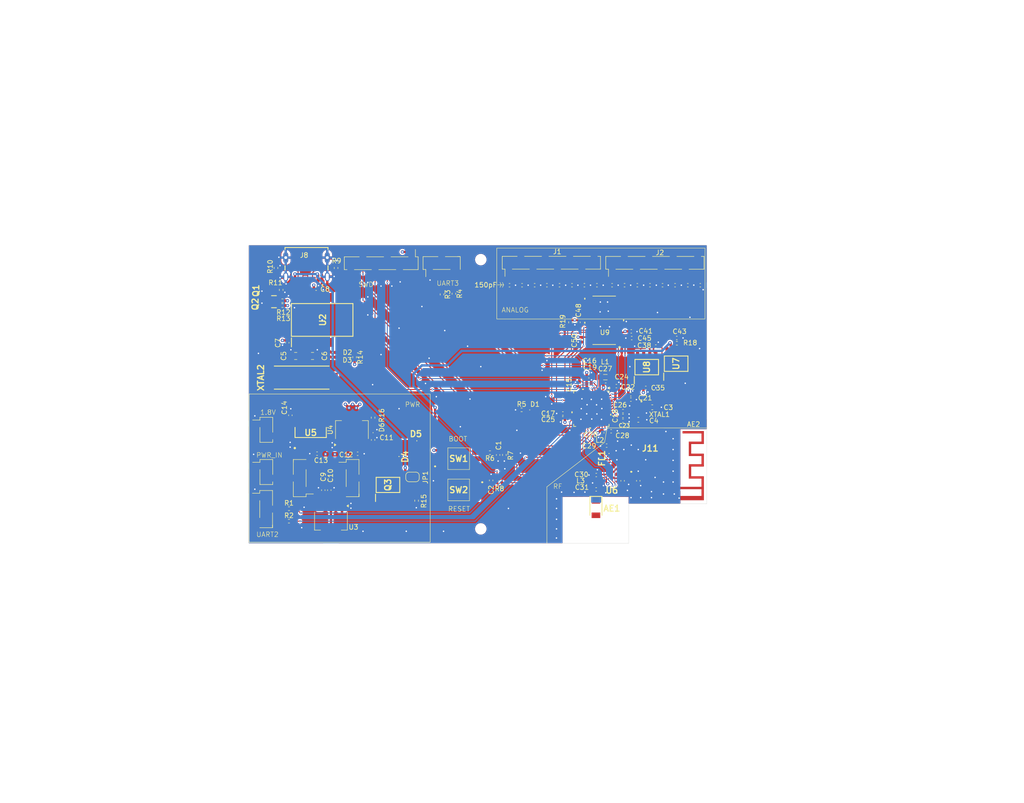
<source format=kicad_pcb>
(kicad_pcb (version 20241229) (generator "pcbnew") (generator_version "9.0")
  (layers (0 "F.Cu" signal) (4 "In1.Cu" signal) (6 "In2.Cu" signal) (2 "B.Cu" signal) (13 "F.Paste" user) (15 "B.Paste" user) (5 "F.SilkS" user "F.Silkscreen") (7 "B.SilkS" user "B.Silkscreen") (1 "F.Mask" user) (3 "B.Mask" user) (25 "Edge.Cuts" user))
  (net 0 "")
  (net 3 "GND")
  (net 4 "/RF circuitry & antennas/RF_CERAMIC_MATCH")
  (net 5 "/BOOT0")
  (net 6 "/OSC_IN")
  (net 7 "/SWD_NRST")
  (net 8 "+3.3V")
  (net 9 "/OSC_OUT")
  (net 10 "Net-(U2-OSC1)")
  (net 11 "+5V")
  (net 12 "/EMG_modules_1.8V")
  (net 13 "/VDD11")
  (net 14 "/VDDHPA")
  (net 15 "/VDDRF")
  (net 16 "/RF")
  (net 17 "/RF circuitry & antennas/RF_MATCH")
  (net 18 "/RF circuitry & antennas/RF_PCB_ANT")
  (net 19 "/RF circuitry & antennas/RF_CERAMIC_ANT")
  (net 20 "Net-(U2-OSC2)")
  (net 21 "Net-(J9-Pin_1)")
  (net 22 "Net-(J10-Pin_3)")
  (net 23 "Net-(U8-TRIM{slash}NR)")
  (net 24 "Net-(U9-AINP)")
  (net 25 "/ADC/REFP")
  (net 26 "/ADC/CH7")
  (net 27 "/ADC/CH6")
  (net 28 "/ADC/CH5")
  (net 29 "/ADC/CH4")
  (net 30 "/ADC/CH3")
  (net 31 "/ADC/CH2")
  (net 32 "/ADC/CH1")
  (net 33 "/ADC/CH0")
  (net 34 "/ADC/CH8")
  (net 35 "/ADC/CH9")
  (net 36 "/ADC/CH10")
  (net 37 "/ADC/CH11")
  (net 38 "/ADC/CH12")
  (net 39 "/ADC/CH13")
  (net 40 "/ADC/CH14")
  (net 41 "/ADC/CH15")
  (net 42 "Net-(D1-K)")
  (net 43 "/LED")
  (net 44 "Net-(D2-K)")
  (net 45 "Net-(D2-A)")
  (net 46 "Net-(D3-K)")
  (net 47 "Net-(D6-A)")
  (net 48 "/SWDIO")
  (net 49 "/SWCLK")
  (net 50 "/SWD_Traces")
  (net 51 "/USART2_RX")
  (net 52 "/USART2_TX")
  (net 53 "/USART3_RX")
  (net 54 "/USART3_TX")
  (net 55 "/Power")
  (net 56 "Net-(D5-A)")
  (net 57 "/VLXSMPS")
  (net 58 "Net-(U1-NRST)")
  (net 59 "Net-(Q1-D)")
  (net 60 "/RF circuitry & antennas/RF_LPF")
  (net 61 "Net-(J10-Pin_1)")
  (net 62 "Net-(J10-Pin_2)")
  (net 63 "/RF circuitry & antennas/RF_UFL_ANT")
  (net 64 "/SPI_*CS")
  (net 65 "/USB-C circuit/USB_VBUS")
  (net 66 "/USB-C circuit/MCP_NRST")
  (net 72 "Net-(R6-Pad2)")
  (net 73 "/USB-C circuit/USB_CC1")
  (net 74 "/USB-C circuit/USB_CC2")
  (net 75 "Net-(U7--IN)")
  (net 80 "/SPI3_MISO")
  (net 81 "/ANT_LOGIC_1")
  (net 85 "/USART1_RX")
  (net 86 "/USART1_TX")
  (net 89 "/ANT_LOGIC_2")
  (net 91 "/SPI3_MOSI")
  (net 94 "/SPI3_SCK")
  (net 95 "/ADC_GPIO2")
  (net 96 "/ADC_GPIO3")
  (net 97 "/USB-C circuit/USB_D+")
  (net 99 "/USB-C circuit/USB_D-")
  (net 108 "/ADC/MXO")
  (net 117 "/USART2_TX_CONN")
  (net 118 "/USART2_RX_CONN")
  (net 119 "/USART3_TX_CONN")
  (net 120 "/USART3_RX_CONN")
  (net 121 "Net-(D4-A)")
  (footprint "RF_Antenna:Texas_SWRA117D_2.4GHz_Left" (layer "F.Cu") (at 168.25 116.5 -90)
    (property "Reference" "AE2")
    (property "Value" "PCB_antenna")
  )
  (footprint "Capacitor_SMD:C_0402_1005Metric" (layer "F.Cu") (at 135.580017 74.319503)
    (property "Reference" "C55" (hide yes))
    (property "Value" "150pF")
  )
  (footprint "OPA192IDR:SOIC127P600X175-8N" (layer "F.Cu") (at 167.625 90.641 90)
    (property "Reference" "U7")
    (property "Value" "OPA192IDR" (hide yes))
  )
  (footprint "Capacitor_SMD:C_0402_1005Metric" (layer "F.Cu") (at 129.15 114.92 90)
    (property "Reference" "C2")
    (property "Value" "100nF")
  )
  (footprint "Resistor_SMD:R_0402_1005Metric" (layer "F.Cu") (at 128.9 109.15 180)
    (property "Reference" "R6")
    (property "Value" "100R")
  )
  (footprint "Capacitor_SMD:C_0402_1005Metric" (layer "F.Cu") (at 158.385017 85.319503 180)
    (property "Reference" "C45")
    (property "Value" "10uF")
  )
  (footprint "Capacitor_SMD:C_0402_1005Metric" (layer "F.Cu") (at 153.174651 107.682842 180)
    (property "Reference" "C29")
    (property "Value" "0.3pF")
  )
  (footprint "Resistor_SMD:R_0402_1005Metric" (layer "F.Cu") (at 84.4 70.74 90)
    (property "Reference" "R10")
    (property "Value" "5.1k")
  )
  (footprint "Inductor_SMD:L_0402_1005Metric" (layer "F.Cu") (at 151.466003 115.295842 -90)
    (property "Reference" "L3")
    (property "Value" "3.9nH")
  )
  (footprint "Resistor_SMD:R_0402_1005Metric" (layer "F.Cu") (at 167.777 86.391 180)
    (property "Reference" "R18")
    (property "Value" "100R")
  )
  (footprint "Capacitor_SMD:C_0402_1005Metric" (layer "F.Cu") (at 151.155017 74.319503)
    (property "Reference" "C47" (hide yes))
    (property "Value" "150pF")
  )
  (footprint "Package_TO_SOT_SMD:SOT-223-3_TabPin2" (layer "F.Cu") (at 95.833 123.3475 -90)
    (property "Reference" "U3")
    (property "Value" "LD1117S50TR_SOT223")
  )
  (footprint "DMN66D0LT-7:SOT50P160X90-3N" (layer "F.Cu") (at 83.23 78.05 180)
    (property "Reference" "Q2")
    (property "Value" "DMN66D0LT-7" (hide yes))
  )
  (footprint "Capacitor_SMD:C_0402_1005Metric" (layer "F.Cu") (at 163.398 87.073 180)
    (property "Reference" "C38")
    (property "Value" "1uF")
  )
  (footprint "Capacitor_SMD:C_0402_1005Metric" (layer "F.Cu") (at 138.200017 74.319503)
    (property "Reference" "C54" (hide yes))
    (property "Value" "150pF")
  )
  (footprint "Capacitor_SMD:C_0402_1005Metric" (layer "F.Cu") (at 154.305017 74.319503)
    (property "Reference" "C34" (hide yes))
    (property "Value" "150pF")
  )
  (footprint "Capacitor_SMD:C_0402_1005Metric" (layer "F.Cu") (at 144.050466 102)
    (property "Reference" "C25")
    (property "Value" "10uF")
  )
  (footprint "Capacitor_SMD:C_0402_1005Metric" (layer "F.Cu") (at 159.555017 74.319503)
    (property "Reference" "C37" (hide yes))
    (property "Value" "150pF")
  )
  (footprint "Capacitor_SMD:C_0402_1005Metric" (layer "F.Cu") (at 154.105 104.698)
    (property "Reference" "C28")
    (property "Value" "0.8pF")
  )
  (footprint "Capacitor_SMD:C_0603_1608Metric" (layer "F.Cu") (at 159.76 102.31 180)
    (property "Reference" "C4")
    (property "Value" "10pF")
  )
  (footprint "Capacitor_SMD:C_0402_1005Metric" (layer "F.Cu") (at 170.055017 74.319503)
    (property "Reference" "C44" (hide yes))
    (property "Value" "150pF")
  )
  (footprint "ADS7953SBDBT:DBT38" (layer "F.Cu") (at 152.665069 81.619502 180)
    (property "Reference" "U9")
    (property "Value" "ADS7953SBDBT")
  )
  (footprint "LD1117DT18TR:TO228P972X240-3N" (layer "F.Cu") (at 91.615 103.045 90)
    (property "Reference" "U5")
    (property "Value" "LD1117DT18TR" (hide yes))
  )
  (footprint "Connector_PinHeader_2.54mm:PinHeader_1x02_P2.54mm_Vertical_SMD_Pin1Left" (layer "F.Cu") (at 82.395 104.395)
    (property "Reference" "J7" (hide yes))
    (property "Value" "Conn_01x02_Pin")
  )
  (footprint "Capacitor_SMD:C_0402_1005Metric" (layer "F.Cu") (at 150.996003 116.795842 180)
    (property "Reference" "C31")
    (property "Value" "1.5pF")
  )
  (footprint "Capacitor_SMD:C_0402_1005Metric" (layer "F.Cu") (at 95.488 116.9475 -90)
    (property "Reference" "C10")
    (property "Value" "10uF")
  )
  (footprint "Capacitor_SMD:C_0402_1005Metric" (layer "F.Cu") (at 167.757 85.293)
    (property "Reference" "C43")
    (property "Value" "150 pF")
  )
  (footprint "USB4215_03_A:GCT_USB4215-03-A_REVA" (layer "F.Cu") (at 90.75 68.5775 180)
    (property "Reference" "J8")
    (property "Value" "USB4215-03-A_REVA")
    (fp_line (start 4.62 0.6) (end 4.62 -0.6) (stroke (width 0.01)) (layer "Edge.Cuts"))
    (fp_line (start 4.02 -0.6) (end 4.02 0.6) (stroke (width 0.01)) (layer "Edge.Cuts"))
    (fp_line (start -4.02 0.6) (end -4.02 -0.6) (stroke (width 0.01)) (layer "Edge.Cuts"))
    (fp_line (start -4.62 -0.6) (end -4.62 0.6) (stroke (width 0.01)) (layer "Edge.Cuts"))
    (fp_arc (start 4.62 0.6) (mid 4.532132 0.812132) (end 4.32 0.9) (stroke (width 0.01)) (layer "Edge.Cuts"))
    (fp_arc (start 4.32 0.9) (mid 4.107868 0.812132) (end 4.02 0.6) (stroke (width 0.01)) (layer "Edge.Cuts"))
    (fp_arc (start 4.32 -0.9) (mid 4.532132 -0.812132) (end 4.62 -0.6) (stroke (width 0.01)) (layer "Edge.Cuts"))
    (fp_arc (start 4.02 -0.6) (mid 4.107868 -0.812132) (end 4.32 -0.9) (stroke (width 0.01)) (layer "Edge.Cuts"))
    (fp_arc (start -4.02 0.6) (mid -4.107868 0.812132) (end -4.32 0.9) (stroke (width 0.01)) (layer "Edge.Cuts"))
    (fp_arc (start -4.32 0.9) (mid -4.532132 0.812132) (end -4.62 0.6) (stroke (width 0.01)) (layer "Edge.Cuts"))
    (fp_arc (start -4.32 -0.9) (mid -4.107868 -0.812132) (end -4.02 -0.6) (stroke (width 0.01)) (layer "Edge.Cuts"))
    (fp_arc (start -4.62 -0.6) (mid -4.532132 -0.812132) (end -4.32 -0.9) (stroke (width 0.01)) (layer "Edge.Cuts"))
  )
  (footprint "SMT32WBA63:UFQFPN-48_STM" (layer "F.Cu") (at 150 100 -90)
    (property "Reference" "U1" (hide yes))
    (property "Value" "STM32WBA63CIU6")
  )
  (footprint "Capacitor_SMD:C_0402_1005Metric" (layer "F.Cu") (at 152.25 105.02 -90)
    (property "Reference" "C20")
    (property "Value" "100nF")
  )
  (footprint "DLF162500LT-5028A1:DLF162500LT5028A1" (layer "F.Cu") (at 153.574651 110.575842 -90)
    (property "Reference" "FL1")
    (property "Value" "DLF162500LT-5028A1" (hide yes))
  )
  (footprint "Connector_PinHeader_2.54mm:PinHeader_1x02_P2.54mm_Vertical_SMD_Pin1Left" (layer "F.Cu") (at 82.395 113.1775)
    (property "Reference" "J6" (hide yes))
    (property "Value" "Conn_01x02_Pin")
  )
  (footprint "Capacitor_SMD:C_0402_1005Metric" (layer "F.Cu") (at 151.016003 113.795842 180)
    (property "Reference" "C30")
    (property "Value" "1.5pF")
  )
  (footprint "Capacitor_SMD:C_0402_1005Metric" (layer "F.Cu") (at 158.21 98.11 180)
    (property "Reference" "C21")
    (property "Value" "100nF")
  )
  (footprint "Resistor_SMD:R_0402_1005Metric" (layer "F.Cu") (at 85.48 75.29 -90)
    (property "Reference" "R11")
    (property "Value" "10k")
  )
  (footprint "Capacitor_SMD:C_0402_1005Metric" (layer "F.Cu") (at 148.157617 85.665503 90)
    (property "Reference" "C50")
    (property "Value" "1 uF")
  )
  (footprint "Capacitor_SMD:C_0402_1005Metric" (layer "F.Cu") (at 149.5 94.75 180)
    (property "Reference" "C19")
    (property "Value" "1uF")
  )
  (footprint "TL3305BF100QG:TL3305BF160QG" (layer "F.Cu") (at 122.4 110.4)
    (property "Reference" "SW1")
    (property "Value" "TL3305BF100QG" (hide yes))
  )
  (footprint "Capacitor_SMD:C_0402_1005Metric" (layer "F.Cu") (at 144.070466 101 180)
    (property "Reference" "C17")
    (property "Value" "100nF")
  )
  (footprint "Connector_PinHeader_2.54mm:PinHeader_1x06_P2.54mm_Vertical_SMD_Pin1Left" (layer "F.Cu") (at 106.29 69.745 -90)
    (property "Reference" "J3" (hide yes))
    (property "Value" "Conn_01x06_Pin")
  )
  (footprint "Resistor_SMD:R_0402_1005Metric" (layer "F.Cu") (at 131.9 109.62 90)
    (property "Reference" "R7")
    (property "Value" "10k")
  )
  (footprint "CONMHF1-SMD-G-T:CONMHF1SMDGT" (layer "F.Cu") (at 158.299651 110.625842 180)
    (property "Reference" "J11")
    (property "Value" "CONMHF1-SMD-G-T" (hide yes))
  )
  (footprint "Capacitor_SMD:C_0402_1005Metric" (layer "F.Cu") (at 130.6 109.625 90)
    (property "Reference" "C1")
    (property "Value" "100nF")
  )
  (footprint "Capacitor_SMD:C_0402_1005Metric" (layer "F.Cu") (at 140.750017 74.319503)
    (property "Reference" "C53" (hide yes))
    (property "Value" "150pF")
  )
  (footprint "Resistor_SMD:R_0402_1005Metric" (layer "F.Cu") (at 118.940688 76.233338 -90)
    (property "Reference" "R3")
    (property "Value" "100R")
  )
  (footprint "Capacitor_SMD:C_0402_1005Metric" (layer "F.Cu") (at 162.195017 74.319503)
    (property "Reference" "C39" (hide yes))
    (property "Value" "150pF")
  )
  (footprint "Inductor_SMD:L_0805_2012Metric" (layer "F.Cu") (at 152.9 93.45 180)
    (property "Reference" "L1")
    (property "Value" "2.2uH")
  )
  (footprint "Capacitor_SMD:C_0402_1005Metric" (layer "F.Cu") (at 156.57 100.51 180)
    (property "Reference" "C26")
    (property "Value" "100nF")
  )
  (footprint "Capacitor_SMD:C_0402_1005Metric" (layer "F.Cu") (at 156.57 102.51 180)
    (property "Reference" "C23")
    (property "Value" "470nF")
  )
  (footprint "Capacitor_SMD:C_0402_1005Metric" (layer "F.Cu") (at 158.295017 83.919503)
    (property "Reference" "C41")
    (property "Value" "1uF")
  )
  (footprint "Capacitor_SMD:C_0402_1005Metric" (layer "F.Cu") (at 132.975 74.32)
    (property "Reference" "C56" (hide yes))
    (property "Value" "150pF")
  )
  (footprint "Resistor_SMD:R_0402_1005Metric" (layer "F.Cu") (at 145.665017 82.044503 -90)
    (property "Reference" "R19")
    (property "Value" "10k")
  )
  (footprint "MountingHole:MountingHole_2.2mm_M2" (layer "F.Cu") (at 127 125)
    (property "Reference" "H2" (hide yes))
    (property "Value" "MountingHole")
  )
  (footprint "PMEG4030AEXE-QX:PMEG4030AEXEQX" (layer "F.Cu") (at 113.695 109.132 -90)
    (property "Reference" "D5")
    (property "Value" "PMEG4030AEXE-QX" (hide yes))
  )
  (footprint "Capacitor_SMD:C_0402_1005Metric" (layer "F.Cu") (at 158.195 97.01 180)
    (property "Reference" "C22")
    (property "Value" "100nF")
  )
  (footprint "Resistor_SMD:R_0402_1005Metric" (layer "F.Cu") (at 113.645 119.135 -90)
    (property "Reference" "R15")
    (property "Value" "10k")
  )
  (footprint "Capacitor_SMD:C_0402_1005Metric" (layer "F.Cu") (at 156.5 115 -90)
    (property "Reference" "C32" (hide yes))
    (property "Value" "Unknown")
  )
  (footprint "Capacitor_SMD:C_0402_1005Metric" (layer "F.Cu") (at 145.970017 74.319503)
    (property "Reference" "C51" (hide yes))
    (property "Value" "150pF")
  )
  (footprint "Resistor_SMD:R_0402_1005Metric" (layer "F.Cu") (at 121.410688 76.088338 -90)
    (property "Reference" "R4")
    (property "Value" "100R")
  )
  (footprint "DMN66D0LT-7:SOT50P160X90-3N" (layer "F.Cu") (at 83.23 75.55 180)
    (property "Reference" "Q1")
    (property "Value" "DMN66D0LT-7" (hide yes))
  )
  (footprint "Capacitor_SMD:C_0402_1005Metric" (layer "F.Cu") (at 92.75 75.04 180)
    (property "Reference" "C8")
    (property "Value" "470nF")
  )
  (footprint "Resistor_SMD:R_0402_1005Metric" (layer "F.Cu") (at 85.74 77.55 180)
    (property "Reference" "R12")
    (property "Value" "10k")
  )
  (footprint "Capacitor_SMD:C_0402_1005Metric" (layer "F.Cu") (at 92.945 109.35 180)
    (property "Reference" "C13")
    (property "Value" "100nF")
  )
  (footprint "Capacitor_SMD:C_0402_1005Metric" (layer "F.Cu") (at 164.795017 74.319503)
    (property "Reference" "C40" (hide yes))
    (property "Value" "150pF")
  )
  (footprint "Capacitor_SMD:C_0402_1005Metric" (layer "F.Cu") (at 152.98 95 180)
    (property "Reference" "C27")
    (property "Value" "10uF")
  )
  (footprint "Resistor_SMD:R_0402_1005Metric" (layer "F.Cu") (at 104.595 101.87 90)
    (property "Reference" "R16")
    (property "Value" "100R")
  )
  (footprint "BGS13SN8E6327XTSA1:BGS13SN8E6327XTSA1" (layer "F.Cu") (at 153.574651 114.175842 -90)
    (property "Reference" "U6")
    (property "Value" "BGS13SN8E6327XTSA1" (hide yes))
  )
  (footprint "Connector_PinHeader_2.54mm:PinHeader_1x08_P2.54mm_Vertical_SMD_Pin1Left" (layer "F.Cu") (at 163.210017 69.664503 90)
    (property "Reference" "J2")
    (property "Value" "Conn_01x08_Pin")
  )
  (footprint "Package_TO_SOT_SMD:SOT-223-3_TabPin2" (layer "F.Cu") (at 100.195 104.395 90)
    (property "Reference" "U4")
    (property "Value" "LD1117S33TR_SOT223")
  )
  (footprint "Capacitor_SMD:C_0402_1005Metric" (layer "F.Cu") (at 148.550017 74.319503)
    (property "Reference" "C49" (hide yes))
    (property "Value" "150pF")
  )
  (footprint "Connector_PinHeader_2.54mm:PinHeader_1x03_P2.54mm_Vertical_SMD_Pin1Left" (layer "F.Cu") (at 100.333 114.4425)
    (property "Reference" "J10" (hide yes))
    (property "Value" "Conn_01x03_Pin")
  )
  (footprint "Capacitor_SMD:C_0402_1005Metric" (layer "F.Cu") (at 161.318 95.673)
    (property "Reference" "C35")
    (property "Value" "1uF")
  )
  (footprint "Capacitor_SMD:C_0402_1005Metric" (layer "F.Cu") (at 147.5 95 -90)
    (property "Reference" "C15")
    (property "Value" "100nF")
  )
  (footprint "Capacitor_SMD:C_0402_1005Metric" (layer "F.Cu") (at 101.385 109.375)
    (property "Reference" "C12")
    (property "Value" "10uF")
  )
  (footprint "Capacitor_SMD:C_0402_1005Metric" (layer "F.Cu") (at 147.318066 82.049502 -90)
    (property "Reference" "C48")
    (property "Value" "1uF")
  )
  (footprint "Inductor_SMD:L_0402_1005Metric" (layer "F.Cu") (at 153.604651 106.167842 -90)
    (property "Reference" "L2")
    (property "Value" "2.7nH")
  )
  (footprint "Jumper:SolderJumper-2_P1.3mm_Bridged2Bar_RoundedPad1.0x1.5mm" (layer "F.Cu") (at 112.795 114.201)
    (property "Reference" "JP1")
    (property "Value" "SolderJumper_2_Bridged")
  )
  (footprint "Capacitor_SMD:C_0402_1005Metric" (layer "F.Cu") (at 172.655017 74.319503)
    (property "Reference" "C46" (hide yes))
    (property "Value" "150pF")
  )
  (footprint "Capacitor_SMD:C_0402_1005Metric" (layer "F.Cu") (at 104.595 106.5 90)
    (property "Reference" "C11")
    (property "Value" "100nF")
  )
  (footprint "Capacitor_SMD:C_0402_1005Metric" (layer "F.Cu") (at 156.57 101.51 180)
    (property "Reference" "C18")
    (property "Value" "100nF")
  )
  (footprint "Capacitor_SMD:C_0402_1005Metric" (layer "F.Cu") (at 167.405017 74.319503)
    (property "Reference" "C42" (hide yes))
    (property "Value" "150pF")
  )
  (footprint "LED_SMD:LED_0402_1005Metric" (layer "F.Cu") (at 97.265 88.3)
    (property "Reference" "D2")
    (property "Value" "IN_S42BT LED")
  )
  (footprint "Capacitor_SMD:C_0402_1005Metric" (layer "F.Cu") (at 143.380017 74.319503)
    (property "Reference" "C52" (hide yes))
    (property "Value" "150pF")
  )
  (footprint "Connector_PinHeader_2.54mm:PinHeader_1x03_P2.54mm_Vertical_SMD_Pin1Left" (layer "F.Cu") (at 118.86 69.710552 90)
    (property "Reference" "J5" (hide yes))
    (property "Value" "Conn_01x03_Pin")
  )
  (footprint "LED_SMD:LED_0402_1005Metric" (layer "F.Cu") (at 97.265 89.3)
    (property "Reference" "D3")
    (property "Value" "IN_S42BT LED")
  )
  (footprint "Connector_PinHeader_2.54mm:PinHeader_1x08_P2.54mm_Vertical_SMD_Pin1Left" (layer "F.Cu") (at 141.680017 69.644503 90)
    (property "Reference" "J1")
    (property "Value" "Conn_01x08_Pin")
  )
  (footprint "Resistor_SMD:R_0402_1005Metric" (layer "F.Cu") (at 87.1 123.4)
    (property "Reference" "R2")
    (property "Value" "100R")
  )
  (footprint "DMP3056LSS-13:SOIC127P600X170-8N" (layer "F.Cu") (at 107.69 115.856 90)
    (property "Reference" "Q3")
    (property "Value" "DMP3056LSS-13" (hide yes))
  )
  (footprint "Resistor_SMD:R_0402_1005Metric" (layer "F.Cu") (at 96.9 70.74 90)
    (property "Reference" "R9")
    (property "Value" "5.1k")
  )
  (footprint "Resistor_SMD:R_0402_1005Metric" (layer "F.Cu") (at 135.49 100.25)
    (property "Reference" "R5")
    (property "Value" "100R")
  )
  (footprint "Capacitor_SMD:C_0402_1005Metric" (layer "F.Cu") (at 156.900017 74.319503)
    (property "Reference" "C36" (hide yes))
    (property "Value" "150pF")
  )
  (footprint "AMCA31-2R450G-S1F-T3:ANTC3216X140N" (layer "F.Cu") (at 150.95 120.674584 -90)
    (property "Reference" "AE1")
    (property "Value" "AMCA31-2R450G-S1F-T3" (hide yes))
  )
  (footprint "Resistor_SMD:R_0402_1005Metric" (layer "F.Cu") (at 130.89 115.4)
    (property "Reference" "R8")
    (property "Value" "100R")
  )
  (footprint "TL3305BF100QG:TL3305BF160QG" (layer "F.Cu") (at 122.4 116.9 180)
    (property "Reference" "SW2")
    (property "Value" "TL3305BF100QG" (hide yes))
  )
  (footprint "Connector_PinHeader_2.54mm:PinHeader_1x03_P2.54mm_Vertical_SMD_Pin1Left" (layer "F.Cu") (at 82.355 120.89)
    (property "Reference" "J4" (hide yes))
    (property "Value" "Conn_01x03_Pin")
  )
  (footprint "Resistor_SMD:R_0402_1005Metric" (layer "F.Cu") (at 100.75 89.3 -90)
    (property "Reference" "R14")
    (property "Value" "100R")
  )
  (footprint "REF5025AQDRQ1:SOIC127P600X175-8N" (layer "F.Cu") (at 161.513 91.352 90)
    (property "Reference" "U8")
    (property "Value" "REF5025AQDRQ1" (hide yes))
  )
  (footprint "Capacitor_SMD:C_0805_2012Metric" (layer "F.Cu") (at 92 89.04 180)
    (property "Reference" "C6")
    (property "Value" "27pF")
  )
  (footprint "Capacitor_SMD:C_0805_2012Metric" (layer "F.Cu") (at 88.5 89.04)
    (property "Reference" "C5")
    (property "Value" "27pF")
  )
  (footprint "LED_SMD:LED_0402_1005Metric" (layer "F.Cu") (at 104.595 103.91 90)
    (property "Reference" "D6")
    (property "Value" "IN_S42BT LED")
  )
  (footprint "Capacitor_SMD:C_0402_1005Metric" (layer "F.Cu") (at 86.75 86.28 -90)
    (property "Reference" "C7")
    (property "Value" "220nF")
  )
  (footprint "CX2016DB32000D0FLJCC:xtal4_CX2016DB_AVX" (layer "F.Cu") (at 159.66 100.2505 -90)
    (property "Reference" "XTAL1")
    (property "Value" "CX2016DB32000D0FLJCC")
  )
  (footprint "PMEG4030AEXE-QX:PMEG4030AEXEQX" (layer "F.Cu") (at 107.532 109.951 180)
    (property "Reference" "D4")
    (property "Value" "PMEG4030AEXE-QX" (hide yes))
  )
  (footprint "LED_SMD:LED_0402_1005Metric" (layer "F.Cu") (at 138.265 100.25)
    (property "Reference" "D1")
    (property "Value" "IN_S42BT LED")
  )
  (footprint "Connector_PinHeader_2.54mm:PinHeader_1x03_P2.54mm_Vertical_SMD_Pin1Left" (layer "F.Cu") (at 89.333 114.4425 180)
    (property "Reference" "J9" (hide yes))
    (property "Value" "Conn_01x03_Pin")
  )
  (footprint "Capacitor_SMD:C_0402_1005Metric" (layer "F.Cu") (at 159.75 115 -90)
    (property "Reference" "C33" (hide yes))
    (property "Value" "Unknown")
  )
  (footprint "Capacitor_SMD:C_0603_1608Metric" (layer "F.Cu") (at 162.66 99.71)
    (property "Reference" "C3")
    (property "Value" "10pF")
  )
  (footprint "Capacitor_SMD:C_0402_1005Metric" (layer "F.Cu") (at 149.48 93.25 180)
    (property "Reference" "C16")
    (property "Value" "100nF")
  )
  (footprint "Resistor_SMD:R_0402_1005Metric" (layer "F.Cu") (at 87.11 120.8)
    (property "Reference" "R1")
    (property "Value" "100R")
  )
  (footprint "Resistor_SMD:R_0402_1005Metric" (layer "F.Cu") (at 85.74 78.55 180)
    (property "Reference" "R13")
    (property "Value" "10k")
  )
  (footprint "Capacitor_SMD:C_0402_1005Metric" (layer "F.Cu") (at 87.395 101.375 -90)
    (property "Reference" "C14")
    (property "Value" "10uF")
  )
  (footprint "MountingHole:MountingHole_2.2mm_M2" (layer "F.Cu") (at 127 69)
    (property "Reference" "H1" (hide yes))
    (property "Value" "MountingHole")
  )
  (footprint "ECS-120-18-5PX-CKM-TR:ECS120185PXCKMTR" (layer "F.Cu") (at 89.75 93.54)
    (property "Reference" "XTAL2")
    (property "Value" "ECS-120-18-5PX-CKM-TR" (hide yes))
  )
  (footprint "Capacitor_SMD:C_0402_1005Metric" (layer "F.Cu") (at 94.238 116.9475 -90)
    (property "Reference" "C9")
    (property "Value" "100nF")
  )
  (footprint "Capacitor_SMD:C_0402_1005Metric" (layer "F.Cu") (at 155.2 95.3 180)
    (property "Reference" "C24")
    (property "Value" "4.7uF")
  )
  (footprint "MCP2200-I_SO:SOIC127P1030X265-20N" (layer "F.Cu") (at 94 81.54 90)
    (property "Reference" "U2")
    (property "Value" "MCP2200-I_SO" (hide yes))
  )
  (gr_line (start 130.5 74.25) (end 131.75 74.25) (stroke (width 0.1)) (layer "F.SilkS"))
  (gr_rect (start 130.325 66.6) (end 173.625 81.35) (stroke (width 0.1)) (fill no) (layer "F.SilkS"))
  (gr_line (start 153.4225 104) (end 174.0775 104.012) (stroke (width 0.1)) (layer "F.SilkS"))
  (gr_line (start 131.75 74.25) (end 131.5 74.75) (stroke (width 0.1)) (layer "F.SilkS"))
  (gr_line (start 153.5 104) (end 153.25 104) (stroke (width 0.1)) (layer "F.SilkS"))
  (gr_rect (start 78.804724 96.949622) (end 116.475 127.775) (stroke (width 0.1)) (fill no) (layer "F.SilkS"))
  (gr_line (start 131.75 74.25) (end 131.5 73.75) (stroke (width 0.1)) (layer "F.SilkS"))
  (gr_line (start 140.75 116.25) (end 140.75 128) (stroke (width 0.1)) (layer "F.SilkS"))
  (gr_line (start 131.25 74.25) (end 131 74.75) (stroke (width 0.1)) (layer "F.SilkS"))
  (gr_line (start 131.25 74.25) (end 131 73.75) (stroke (width 0.1)) (layer "F.SilkS"))
  (gr_line (start 152.75 107) (end 140.75 116.25) (stroke (width 0.1)) (layer "F.SilkS"))
  (gr_line (start 153.25 104) (end 152.75 107) (stroke (width 0.1)) (layer "F.SilkS"))
  (gr_line (start 174 119.75) (end 157.75 119.75) (stroke (width 0.05)) (layer "Edge.Cuts"))
  (gr_line (start 174 66) (end 174 119.75) (stroke (width 0.05)) (layer "Edge.Cuts"))
  (gr_line (start 157.75 119.75) (end 157.75 128) (stroke (width 0.05)) (layer "Edge.Cuts"))
  (gr_line (start 78.75 128) (end 78.75 66) (stroke (width 0.05)) (layer "Edge.Cuts"))
  (gr_line (start 78.75 66) (end 174 66) (stroke (width 0.05)) (layer "Edge.Cuts"))
  (gr_line (start 157.75 128) (end 78.75 128) (stroke (width 0.05)) (layer "Edge.Cuts"))
  (gr_text "1.8V" (at 81.065 101.345 0) (layer "F.SilkS") (effects (font (size 1 1) (thickness 0.1)) (justify left bottom)))
  (gr_text "BOOT" (at 120.25 106.875 0) (layer "F.SilkS") (effects (font (size 1 1) (thickness 0.1)) (justify left bottom)))
  (gr_text "RF" (at 142 116.75 0) (layer "F.SilkS") (effects (font (size 1 1) (thickness 0.1)) (justify left bottom)))
  (gr_text "PWR_IN" (at 80.25 110.25 0) (layer "F.SilkS") (effects (font (size 1 1) (thickness 0.1)) (justify left bottom)))
  (gr_text "PWR" (at 111.175 99.725 0) (layer "F.SilkS") (effects (font (size 1 1) (thickness 0.1)) (justify left bottom)))
  (gr_text "RESET\n" (at 120.15 121.45 0) (layer "F.SilkS") (effects (font (size 1 1) (thickness 0.1)) (justify left bottom)))
  (gr_text "UART3" (at 117.75 74.5 0) (layer "F.SilkS") (effects (font (size 1 1) (thickness 0.1)) (justify left bottom)))
  (gr_text "ANALOG" (at 131.275 80.05 0) (layer "F.SilkS") (effects (font (size 1 1) (thickness 0.1)) (justify left bottom)))
  (gr_text "UART2" (at 80.25 126.75 0) (layer "F.SilkS") (effects (font (size 1 1) (thickness 0.1)) (justify left bottom)))
  (gr_text "SWD" (at 101.5 74.75 0) (layer "F.SilkS") (effects (font (size 1 1) (thickness 0.1)) (justify left bottom)))
  (gr_text "150pF" (at 125.6 74.85 0) (layer "F.SilkS") (effects (font (size 1 1)) (justify left bottom)))
  (segment (start 134.260017 74.319503) (end 133.470017 74.319503) (width 0.5) (layer "F.Cu") (net 3))
  (segment (start 95.1475 72.5) (end 95.07 72.5775) (width 0.5) (layer "F.Cu") (net 3))
  (segment (start 151.5 106) (end 151.75 106) (width 0.5) (layer "F.Cu") (net 3))
  (segment (start 147.665017 82.49255) (end 147.665017 82.372233) (width 0.5) (layer "F.Cu") (net 3))
  (segment (start 161.767503 95.743497) (end 161.798 95.713) (width 0.5) (layer "F.Cu") (net 3))
  (segment (start 163.413 94.068) (end 163.418 94.063) (width 0.5) (layer "F.Cu") (net 3))
  (segment (start 158.825017 83.969503) (end 158.775017 83.919503) (width 0.5) (layer "F.Cu") (net 3))
  (segment (start 105.395 104.365) (end 104.605 104.365) (width 0.5) (layer "F.Cu") (net 3))
  (segment (start 157.05 100.51) (end 157.26 100.51) (width 0.5) (layer "F.Cu") (net 3))
  (segment (start 157.86 101.91) (end 157.45 101.91) (width 0.5) (layer "F.Cu") (net 3))
  (segment (start 152.616451 115.507175) (end 152.616451 114.515944) (width 0.3208) (layer "F.Cu") (net 3))
  (segment (start 149.820017 74.319503) (end 149.030017 74.319503) (width 0.5) (layer "F.Cu") (net 3))
  (segment (start 158.595 96.31) (end 158.71 96.425) (width 0.5) (layer "F.Cu") (net 3))
  (segment (start 104.66 106.02) (end 105.45 106.02) (width 0.5) (layer "F.Cu") (net 3))
  (segment (start 80.383 110.133) (end 80.383 111.8425) (width 0.5) (layer "F.Cu") (net 3))
  (segment (start 147.318066 82.529502) (end 147.628065 82.529502) (width 0.5) (layer "F.Cu") (net 3))
  (segment (start 85.49 75.8) (end 86.23 75.8) (width 0.5) (layer "F.Cu") (net 3))
  (segment (start 153.347651 110.575842) (end 151.75 110.575842) (width 0.2) (layer "F.Cu") (net 3))
  (segment (start 142.780466 101) (end 143.570466 101) (width 0.5) (layer "F.Cu") (net 3))
  (segment (start 163.918 87.033) (end 163.878 87.073) (width 0.5) (layer "F.Cu") (net 3))
  (segment (start 96.25 68.75) (end 95.621 68.75) (width 0.5) (layer "F.Cu") (net 3))
  (segment (start 157.06 102.575) (end 157.85 102.575) (width 0.5) (layer "F.Cu") (net 3))
  (segment (start 113.59 120.6) (end 113.59 119.81) (width 0.5) (layer "F.Cu") (net 3))
  (segment (start 144.670017 74.319503) (end 143.880017 74.319503) (width 0.5) (layer "F.Cu") (net 3))
  (segment (start 152.5 115.7) (end 152.654638 115.545362) (width 0.3208) (layer "F.Cu") (net 3))
  (segment (start 142.020017 74.319503) (end 141.230017 74.319503) (width 0.5) (layer "F.Cu") (net 3))
  (segment (start 94.218 116.4475) (end 94.238 116.4675) (width 0.5) (layer "F.Cu") (net 3))
  (segment (start 87.92 76.5) (end 88.285 76.865) (width 0.5) (layer "F.Cu") (net 3))
  (segment (start 102.75 109.375) (end 101.96 109.375) (width 0.5) (layer "F.Cu") (net 3))
  (segment (start 143.570466 102.77) (end 143.570466 102) (width 0.5) (layer "F.Cu") (net 3))
  (segment (start 158.959999 99.700501) (end 158.250501 99.700501) (width 0.5) (layer "F.Cu") (net 3))
  (segment (start 82.48 78.05) (end 81.48 78.05) (width 0.5) (layer "F.Cu") (net 3))
  (segment (start 151.904651 107.780842) (end 152.694651 107.780842) (width 0.5) (layer "F.Cu") (net 3))
  (segment (start 147.628065 82.529502) (end 147.665017 82.49255) (width 0.5) (layer "F.Cu") (net 3))
  (segment (start 147.665017 82.372233) (end 147.816748 82.220502) (width 0.5) (layer "F.Cu") (net 3))
  (segment (start 155.615017 85.119503) (end 156.115017 85.119503) (width 0.3) (layer "F.Cu") (net 3))
  (segment (start 163.457 94.102) (end 163.418 94.063) (width 0.5) (layer "F.Cu") (net 3))
  (segment (start 150.02 92.5) (end 150 92.52) (width 0.5) (layer "F.Cu") (net 3))
  (segment (start 131.9 110.9) (end 131.9 110.11) (width 0.5) (layer "F.Cu") (net 3))
  (segment (start 147.278065 82.569503) (end 147.318066 82.529502) (width 0.5) (layer "F.Cu") (net 3))
  (segment (start 116.445911 73.25) (end 116.32 73.124089) (width 0.5) (layer "F.Cu") (net 3))
  (segment (start 153.424998 96.625) (end 152.750693 96.625) (width 0.3) (layer "F.Cu") (net 3))
  (segment (start 156.115017 85.119503) (end 156.124316 85.128802) (width 0.3) (layer "F.Cu") (net 3))
  (segment (start 147.265017 86.144503) (end 147.280017 86.129503) (width 0.5) (layer "F.Cu") (net 3))
  (segment (start 130.599 110.546) (end 130.6 110.545) (width 0.2) (layer "F.Cu") (net 3))
  (segment (start 152.465017 74.319503) (end 151.675017 74.319503) (width 0.5) (layer "F.Cu") (net 3))
  (segment (start 161.525 102.31) (end 160.735 102.31) (width 0.5) (layer "F.Cu") (net 3))
  (segment (start 80.74 102.24) (end 80.74 103.125) (width 0.5) (layer "F.Cu") (net 3))
  (segment (start 158.250501 99.700501) (end 157.96 99.41) (width 0.5) (layer "F.Cu") (net 3))
  (segment (start 95.488 116.4675) (end 96.468 116.4675) (width 0.5) (layer "F.Cu") (net 3))
  (segment (start 163.505017 74.319503) (end 162.715017 74.319503) (width 0.5) (layer "F.Cu") (net 3))
  (segment (start 161.767503 96.527983) (end 161.767503 95.743497) (width 0.5) (layer "F.Cu") (net 3))
  (segment (start 151.75 106) (end 152.25 105.5) (width 0.5) (layer "F.Cu") (net 3))
  (segment (start 85.79 86.76) (end 85.75 86.8) (width 0.5) (layer "F.Cu") (net 3))
  (segment (start 97 70.14) (end 96.9 70.24) (width 0.5) (layer "F.Cu") (net 3))
  (segment (start 147.260017 74.319503) (end 146.470017 74.319503) (width 0.5) (layer "F.Cu") (net 3))
  (segment (start 85.25 72.75) (end 86.2575 72.75) (width 0.5) (layer "F.Cu") (net 3))
  (segment (start 150 94.02) (end 150 94.75) (width 0.5) (layer "F.Cu") (net 3))
  (segment (start 139.470017 74.319503) (end 138.680017 74.319503) (width 0.5) (layer "F.Cu") (net 3))
  (segment (start 164.56 99.71) (end 163.77 99.71) (width 0.5) (layer "F.Cu") (net 3))
  (segment (start 152.654638 115.545362) (end 152.616451 115.507175) (width 0.3208) (layer "F.Cu") (net 3))
  (segment (start 159.495017 83.969503) (end 158.825017 83.969503) (width 0.5) (layer "F.Cu") (net 3))
  (segment (start 152.956553 114.175842) (end 152.616451 114.515944) (width 0.15) (layer "F.Cu") (net 3))
  (segment (start 160.865017 74.319503) (end 160.075017 74.319503) (width 0.5) (layer "F.Cu") (net 3))
  (segment (start 147.280017 86.129503) (end 148.065017 86.129503) (width 0.5) (layer "F.Cu") (net 3))
  (segment (start 96.5 72.5) (end 95.1475 72.5) (width 0.5) (layer "F.Cu") (net 3))
  (segment (start 117.15 115) (end 118.4 115) (width 0.5) (layer "F.Cu") (net 3))
  (segment (start 86.5 74.05) (end 86.6525 74.05) (width 0.5) (layer "F.Cu") (net 3))
  (segment (start 87.5 87.75) (end 87.5 88.54) (width 0.5) (layer "F.Cu") (net 3))
  (segment (start 97 69.25) (end 97 70.14) (width 0.5) (layer "F.Cu") (net 3))
  (segment (start 155.249651 110.575842) (end 155.299651 110.625842) (width 0.2) (layer "F.Cu") (net 3))
  (segment (start 155.7 94.51) (end 155.7 95.3) (width 0.5) (layer "F.Cu") (net 3))
  (segment (start 169.062 85.293) (end 168.272 85.293) (width 0.5) (layer "F.Cu") (net 3))
  (segment (start 116.32 73.124089) (end 116.32 71.365552) (width 0.5) (layer "F.Cu") (net 3))
  (segment (start 130.6 110.895) (end 130.6 110.105) (width 0.5) (layer "F.Cu") (net 3))
  (segment (start 153.801651 110.575842) (end 155.249651 110.575842) (width 0.2) (layer "F.Cu") (net 3))
  (segment (start 153.5 96.549998) (end 153.424998 96.625) (width 0.3) (layer "F.Cu") (net 3))
  (segment (start 86.6525 74.05) (end 87.55 73.1525) (width 0.5) (layer "F.Cu") (net 3))
  (segment (start 173.175017 75.175017) (end 173.175017 74.319503) (width 0.5) (layer "F.Cu") (net 3))
  (segment (start 95.621 68.75) (end 95.621 68.5775) (width 0.5) (layer "F.Cu") (net 3))
  (segment (start 153.55 95.7) (end 153.55 94.92) (width 0.5) (layer "F.Cu") (net 3))
  (segment (start 94.25 75.25) (end 94.25 73.4525) (width 0.5) (layer "F.Cu") (net 3))
  (segment (start 136.870017 74.319503) (end 136.080017 74.319503) (width 0.5) (layer "F.Cu") (net 3))
  (segment (start 153.55 94.92) (end 153.48 94.85) (width 0.5) (layer "F.Cu") (net 3))
  (segment (start 158.71 96.425) (end 158.71 97.01) (width 0.5) (layer "F.Cu") (net 3))
  (segment (start 163.918 86.173) (end 163.918 87.033) (width 0.5) (layer "F.Cu") (net 3))
  (segment (start 146.7 94.5) (end 147.5 94.5) (width 0.5) (layer "F.Cu") (net 3))
  (segment (start 163.413 95.668) (end 163.413 94.068) (width 0.5) (layer "F.Cu") (net 3))
  (segment (start 163.418 95.673) (end 163.413 95.668) (width 0.5) (layer "F.Cu") (net 3))
  (segment (start 93 87.75) (end 93 88.54) (width 0.5) (layer "F.Cu") (net 3))
  (segment (start 94.25 73.4525) (end 93.95 73.1525) (width 0.5) (layer "F.Cu") (net 3))
  (segment (start 168.715017 74.319503) (end 167.925017 74.319503) (width 0.5) (layer "F.Cu") (net 3))
  (segment (start 96.468 116.4675) (end 96.488 116.4475) (width 0.5) (layer "F.Cu") (net 3))
  (segment (start 80 116.75) (end 80.79 117.54) (width 0.5) (layer "F.Cu") (net 3))
  (segment (start 87.5 73.1025) (end 87.55 73.1525) (width 0.5) (layer "F.Cu") (net 3))
  (segment (start 80.79 117.54) (end 80.79 118.36) (width 0.5) (layer "F.Cu") (net 3))
  (segment (start 157.165017 85.319503) (end 157.905017 85.319503) (width 0.5) (layer "F.Cu") (net 3))
  (segment (start 85.24 70.24) (end 84.4 70.24) (width 0.5) (layer "F.Cu") (net 3))
  (segment (start 157.26 100.51) (end 157.86 101.11) (width 0.5) (layer "F.Cu") (net 3))
  (segment (start 159.365 98.11) (end 158.575 98.11) (width 0.5) (layer "F.Cu") (net 3))
  (segment (start 129.15 113.65) (end 129.15 114.44) (width 0.5) (layer "F.Cu") (net 3))
  (segment (start 149.5 113.8) (end 149.504158 113.795842) (width 0.5) (layer "F.Cu") (net 3))
  (segment (start 134.225 100.25) (end 135.015 100.25) (width 0.5) (layer "F.Cu") (net 3))
  (segment (start 153.415 94.915) (end 153.48 94.85) (width 0.5) (layer "F.Cu") (net 3))
  (segment (start 150 92.52) (end 150 93.25) (width 0.5) (layer "F.Cu") (net 3))
  (segment (start 161.46 100.91) (end 160.67 100.91) (width 0.5) (layer "F.Cu") (net 3))
  (segment (start 118.4 115) (end 118.8 115.4) (width 0.5) (layer "F.Cu") (net 3))
  (segment (start 152.616451 114.515944) (end 152.588651 114.488144) (width 0.2) (layer "F.Cu") (net 3))
  (segment (start 110.23 73.63) (end 110.23 71.55) (width 0.5) (layer "F.Cu") (net 3))
  (segment (start 86.2575 72.75) (end 86.43 72.5775) (width 0.5) (layer "F.Cu") (net 3))
  (segment (start 87.48 100.02) (end 87.48 100.81) (width 0.5) (layer "F.Cu") (net 3))
  (segment (start 79.75 109.5) (end 80.383 110.133) (width 0.5) (layer "F.Cu") (net 3))
  (segment (start 173.25 75.25) (end 173.175017 75.175017) (width 0.5) (layer "F.Cu") (net 3))
  (segment (start 146.565017 82.569503) (end 147.278065 82.569503) (width 0.5) (layer "F.Cu") (net 3))
  (segment (start 157.45 101.91) (end 157.05 101.51) (width 0.5) (layer "F.Cu") (net 3))
  (segment (start 153.174651 114.175842) (end 152.956553 114.175842) (width 0.15) (layer "F.Cu") (net 3))
  (segment (start 87 76.5) (end 87.92 76.5) (width 0.5) (layer "F.Cu") (net 3))
  (segment (start 169.525 94.716) (end 169.525 93.926) (width 0.5) (layer "F.Cu") (net 3))
  (segment (start 151.75 110.575842) (end 151.5 110.325842) (width 0.2) (layer "F.Cu") (net 3))
  (segment (start 150.02 94) (end 150 94.02) (width 0.5) (layer "F.Cu") (net 3))
  (segment (start 166.105017 74.319503) (end 165.315017 74.319503) (width 0.5) (layer "F.Cu") (net 3))
  (segment (start 155.575017 74.319503) (end 154.785017 74.319503) (width 0.5) (layer "F.Cu") (net 3))
  (segment (start 85.25 70.25) (end 85.24 70.24) (width 0.5) (layer "F.Cu") (net 3))
  (segment (start 171.365017 74.319503) (end 170.575017 74.319503) (width 0.5) (layer "F.Cu") (net 3))
  (segment (start 149.715017 82.119504) (end 148.561968 82.119504) (width 0.25) (layer "F.Cu") (net 3))
  (segment (start 155.395 104.6) (end 154.605 104.6) (width 0.5) (layer "F.Cu") (net 3))
  (segment (start 82.48 75.55) (end 81.48 75.55) (width 0.5) (layer "F.Cu") (net 3))
  (segment (start 156.965017 85.119503) (end 155.615017 85.119503) (width 0.3) (layer "F.Cu") (net 3))
  (segment (start 158.170017 74.319503) (end 157.380017 74.319503) (width 0.5) (layer "F.Cu") (net 3))
  (segment (start 157.165017 85.319503) (end 156.965017 85.119503) (width 0.3) (layer "F.Cu") (net 3))
  (segment (start 93.238 116.4475) (end 94.218 116.4475) (width 0.5) (layer "F.Cu") (net 3))
  (segment (start 92.465 109.35) (end 91.425 109.35) (width 0.5) (layer "F.Cu") (net 3))
  (segment (start 86.75 86.76) (end 85.79 86.76) (width 0.5) (layer "F.Cu") (net 3))
  (segment (start 80 101.5) (end 80.74 102.24) (width 0.5) (layer "F.Cu") (net 3))
  (segment (start 93.25 74.25) (end 93.25 75.04) (width 0.5) (layer "F.Cu") (net 3))
  (via (at 149.025 101.075) (size 0.7) (drill 0.3) (layers "F.Cu" "B.Cu") (net 3))
  (via (at 94 81.54) (size 0.7) (drill 0.3) (layers "F.Cu" "B.Cu") (net 3))
  (via (at 141.75 99) (size 0.7) (drill 0.3) (layers "F.Cu" "B.Cu") (net 3))
  (via (at 132 112.5) (size 0.7) (drill 0.3) (layers "F.Cu" "B.Cu") (net 3))
  (via (at 167 108.5) (size 0.7) (drill 0.3) (layers "F.Cu" "B.Cu") (net 3))
  (via (at 152.125 98.025) (size 0.7) (drill 0.3) (layers "F.Cu" "B.Cu") (net 3))
  (via (at 157.96 99.41) (size 0.7) (drill 0.3) (layers "F.Cu" "B.Cu") (net 3))
  (via (at 165 117.75) (size 0.7) (drill 0.3) (layers "F.Cu" "B.Cu") (net 3))
  (via (at 151.865017 82.919503) (size 0.6) (drill 0.3) (layers "F.Cu" "B.Cu") (net 3))
  (via (at 162.5 117.25) (size 0.7) (drill 0.3) (layers "F.Cu" "B.Cu") (net 3))
  (via (at 102.5 125.5) (size 0.7) (drill 0.3) (layers "F.Cu" "B.Cu") (net 3))
  (via (at 151.5 106) (size 0.7) (drill 0.3) (layers "F.Cu" "B.Cu") (net 3))
  (via (at 124.75 98) (size 0.7) (drill 0.3) (layers "F.Cu" "B.Cu") (net 3))
  (via (at 147.265017 86.144503) (size 0.7) (drill 0.3) (layers "F.Cu" "B.Cu") (net 3))
  (via (at 134.5 104.5) (size 0.7) (drill 0.3) (layers "F.Cu" "B.Cu") (net 3))
  (via (at 158 91.25) (size 0.7) (drill 0.3) (layers "F.Cu" "B.Cu") (net 3))
  (via (at 150.02 92.5) (size 0.7) (drill 0.3) (layers "F.Cu" "B.Cu") (net 3))
  (via (at 96.095 108.0925) (size 0.6) (drill 0.3) (layers "F.Cu" "B.Cu") (net 3))
  (via (at 143.8 117.35) (size 0.7) (drill 0.3) (layers "F.Cu" "B.Cu") (net 3))
  (via (at 93.25 74.4) (size 0.7) (drill 0.3) (layers "F.Cu" "B.Cu") (net 3))
  (via (at 151.5 110.325842) (size 0.7) (drill 0.3) (layers "F.Cu" "B.Cu") (net 3))
  (via (at 151.904651 107.780842) (size 0.7) (drill 0.3) (layers "F.Cu" "B.Cu") (net 3))
  (via (at 159.365 98.11) (size 0.7) (drill 0.3) (layers "F.Cu" "B.Cu") (net 3))
  (via (at 122.75 103.75) (size 0.7) (drill 0.3) (layers "F.Cu" "B.Cu") (net 3))
  (via (at 155.575017 74.319503) (size 0.7) (drill 0.3) (layers "F.Cu" "B.Cu") (net 3))
  (via (at 81.48 75.55) (size 0.7) (drill 0.3) (layers "F.Cu" "B.Cu") (net 3))
  (via (at 142.75 118.75) (size 0.7) (drill 0.3) (layers "F.Cu" "B.Cu") (net 3))
  (via (at 158.299651 107.575842) (size 0.7) (drill 0.3) (layers "F.Cu" "B.Cu") (net 3))
  (via (at 139.45 74.319503) (size 0.7) (drill 0.3) (layers "F.Cu" "B.Cu") (net 3))
  (via (at 141.975 74.325) (size 0.7) (drill 0.3) (layers "F.Cu" "B.Cu") (net 3))
  (via (at 142.736116 126.9064) (size 0.7) (drill 0.3) (layers "F.Cu" "B.Cu") (net 3))
  (via (at 167 110.75) (size 0.7) (drill 0.3) (layers "F.Cu" "B.Cu") (net 3))
  (via (at 147.2 74.319503) (size 0.7) (drill 0.3) (layers "F.Cu" "B.Cu") (net 3))
  (via (at 165 115.25) (size 0.7) (drill 0.3) (layers "F.Cu" "B.Cu") (net 3))
  (via (at 144.65 74.319503) (size 0.7) (drill 0.3) (layers "F.Cu" "B.Cu") (net 3))
  (via (at 157.86 102.71) (size 0.7) (drill 0.3) (layers "F.Cu" "B.Cu") (net 3))
  (via (at 102.75 109.375) (size 0.7) (drill 0.3) (layers "F.Cu" "B.Cu") (net 3))
  (via (at 152.465017 74.319503) (size 0.7) (drill 0.3) (layers "F.Cu" "B.Cu") (net 3))
  (via (at 86.5 74.05) (size 0.7) (drill 0.3) (layers "F.Cu" "B.Cu") (net 3))
  (via (at 87 76.5) (size 0.7) (drill 0.3) (layers "F.Cu" "B.Cu") (net 3))
  (via (at 79.75 109.5) (size 0.7) (drill 0.3) (layers "F.Cu" "B.Cu") (net 3))
  (via (at 146.4 117.4) (size 0.7) (drill 0.3) (layers "F.Cu" "B.Cu") (net 3))
  (via (at 85.75 86.8) (size 0.7) (drill 0.3) (layers "F.Cu" "B.Cu") (net 3))
  (via (at 167 106.25) (size 0.7) (drill 0.3) (layers "F.Cu" "B.Cu") (net 3))
  (via (at 96.25 68.75) (size 0.7) (drill 0.3) (layers "F.Cu" "B.Cu") (net 3))
  (via (at 152.175 99.975) (size 0.7) (drill 0.3) (layers "F.Cu" "B.Cu") (net 3))
  (via (at 152.5 116) (size 0.7) (drill 0.3) (layers "F.Cu" "B.Cu") (net 3))
  (via (at 153.365017 77.819503) (size 0.6) (drill 0.3) (layers "F.Cu" "B.Cu") (net 3))
  (via (at 114.75 78.75) (size 0.7) (drill 0.3) (layers "F.Cu" "B.Cu") (net 3))
  (via (at 96.095 107.0925) (size 0.6) (drill 0.3) (layers "F.Cu" "B.Cu") (net 3))
  (via (at 85 68.5) (size 0.7) (drill 0.3) (layers "F.Cu" "B.Cu") (net 3))
  (via (at 110.23 73.63) (size 0.7) (drill 0.3) (layers "F.Cu" "B.Cu") (net 3))
  (via (at 163.418 95.673) (size 0.7) (drill 0.3) (layers "F.Cu" "B.Cu") (net 3))
  (via (at 171.3 74.3) (size 0.7) (drill 0.3) (layers "F.Cu" "B.Cu") (net 3))
  (via (at 159.495017 83.969503) (size 0.7) (drill 0.3) (layers "F.Cu" "B.Cu") (net 3))
  (via (at 155.25 117.5) (size 0.7) (drill 0.3) (layers "F.Cu" "B.Cu") (net 3))
  (via (at 146.7 94.5) (size 0.7) (drill 0.3) (layers "F.Cu" "B.Cu") (net 3))
  (via (at 103.5 76.75) (size 0.7) (drill 0.3) (layers "F.Cu" "B.Cu") (net 3))
  (via (at 117.75 97.5) (size 0.7) (drill 0.3) (layers "F.Cu" "B.Cu") (net 3))
  (via (at 81.48 78.05) (size 0.7) (drill 0.3) (layers "F.Cu" "B.Cu") (net 3))
  (via (at 160.865017 74.319503) (size 0.7) (drill 0.3) (layers "F.Cu" "B.Cu") (net 3))
  (via (at 153.515017 79.719503) (size 0.6) (drill 0.3) (layers "F.Cu" "B.Cu") (net 3))
  (via (at 158.25 118.5) (size 0.7) (drill 0.3) (layers "F.Cu" "B.Cu") (net 3))
  (via (at 153 117.5) (size 0.7) (drill 0.3) (layers "F.Cu" "B.Cu") (net 3))
  (via (at 96.5 72.5) (size 0.7) (drill 0.3) (layers "F.Cu" "B.Cu") (net 3))
  (via (at 147.825 102.2) (size 0.7) (drill 0.3) (layers "F.Cu" "B.Cu") (net 3))
  (via (at 160.25 116) (size 0.7) (drill 0.3) (layers "F.Cu" "B.Cu") (net 3))
  (via (at 159.75 113) (size 0.7) (drill 0.3) (layers "F.Cu" "B.Cu") (net 3))
  (via (at 156.75 108.5) (size 0.7) (drill 0.3) (layers "F.Cu" "B.Cu") (net 3))
  (via (at 93 87.75) (size 0.7) (drill 0.3) (layers "F.Cu" "B.Cu") (net 3))
  (via (at 169.525 94.716) (size 0.7) (drill 0.3) (layers "F.Cu" "B.Cu") (net 3))
  (via (at 172.5 87.5) (size 0.7) (drill 0.3) (layers "F.Cu" "B.Cu") (net 3))
  (via (at 94.25 75.25) (size 0.7) (drill 0.3) (layers "F.Cu" "B.Cu") (net 3))
  (via (at 148.025 97.95) (size 0.7) (drill 0.3) (layers "F.Cu" "B.Cu") (net 3))
  (via (at 149.1 99.175) (size 0.7) (drill 0.3) (layers "F.Cu" "B.Cu") (net 3))
  (via (at 134.225 100.25) (size 0.7) (drill 0.3) (layers "F.Cu" "B.Cu") (net 3))
  (via (at 161.767503 96.527983) (size 0.7) (drill 0.3) (layers "F.Cu" "B.Cu") (net 3))
  (via (at 157.165017 85.319503) (size 0.7) (drill 0.3) (layers "F.Cu" "B.Cu") (net 3))
  (via (at 87.5 87.75) (size 0.7) (drill 0.3) (layers "F.Cu" "B.Cu") (net 3))
  (via (at 173.25 75.25) (size 0.7) (drill 0.3) (layers "F.Cu" "B.Cu") (net 3))
  (via (at 158.170017 74.319503) (size 0.7) (drill 0.3) (layers "F.Cu" "B.Cu") (net 3))
  (via (at 168.715017 74.319503) (size 0.7) (drill 0.3) (layers "F.Cu" "B.Cu") (net 3))
  (via (at 108.5 74.5) (size 0.7) (drill 0.3) (layers "F.Cu" "B.Cu") (net 3))
  (via (at 145.5 104.5) (size 0.7) (drill 0.3) (layers "F.Cu" "B.Cu") (net 3))
  (via (at 164.56 99.71) (size 0.7) (drill 0.3) (layers "F.Cu" "B.Cu") (net 3))
  (via (at 136.85 74.319503) (size 0.7) (drill 0.3) (layers "F.Cu" "B.Cu") (net 3))
  (via (at 151.815017 79.869503) (size 0.6) (drill 0.3) (layers "F.Cu" "B.Cu") (net 3))
  (via (at 166 74.319503) (size 0.7) (drill 0.3) (layers "F.Cu" "B.Cu") (net 3))
  (via (at 167 113) (size 0.7) (drill 0.3) (layers "F.Cu" "B.Cu") (net 3))
  (via (at 161.46 100.91) (size 0.7) (drill 0.3) (layers "F.Cu" "B.Cu") (net 3))
  (via (at 115.5 94.75) (size 0.7) (drill 0.3) (layers "F.Cu" "B.Cu") (net 3))
  (via (at 117.15 115) (size 0.7) (drill 0.3) (layers "F.Cu" "B.Cu") (net 3))
  (via (at 140.5 97.5) (size 0.7) (drill 0.3) (layers "F.Cu" "B.Cu") (net 3))
  (via (at 170.5 81) (size 0.7) (drill 0.3) (layers "F.Cu" "B.Cu") (net 3))
  (via (at 151.15 101.1) (size 0.7) (drill 0.3) (layers "F.Cu" "B.Cu") (net 3))
  (via (at 157.839437 101.129445) (size 0.7) (drill 0.3) (layers "F.Cu" "B.Cu") (net 3))
  (via (at 163.75 80) (size 0.7) (drill 0.3) (layers "F.Cu" "B.Cu") (net 3))
  (via (at 151.075 99.2) (size 0.7) (drill 0.3) (layers "F.Cu" "B.Cu") (net 3))
  (via (at 142.780466 101) (size 0.7) (drill 0.3) (layers "F.Cu" "B.Cu") (net 3))
  (via (at 85.25 70.25) (size 0.7) (drill 0.3) (layers "F.Cu" "B.Cu") (net 3))
  (via (at 110 83.25) (size 0.7) (drill 0.3) (layers "F.Cu" "B.Cu") (net 3))
  (via (at 157.265017 81.869503) (size 0.7) (drill 0.3) (layers "F.Cu" "B.Cu") (net 3))
  (via (at 119.25 125.5) (size 0.7) (drill 0.3) (layers "F.Cu" "B.Cu") (net 3))
  (via (at 87.347 107.0025) (size 0.6) (drill 0.3) (layers "F.Cu" "B.Cu") (net 3))
  (via (at 132.75 120.75) (size 0.7) (drill 0.3) (layers "F.Cu" "B.Cu") (net 3))
  (via (at 80 101.5) (size 0.7) (drill 0.3) (layers "F.Cu" "B.Cu") (net 3))
  (via (at 111.5 125.5) (size 0.7) (drill 0.3) (layers "F.Cu" "B.Cu") (net 3))
  (via (at 97 69.25) (size 0.7) (drill 0.3) (layers "F.Cu" "B.Cu") (net 3))
  (via (at 155.395 104.6) (size 0.7) (drill 0.3) (layers "F.Cu" "B.Cu") (net 3))
  (via (at 148.65 117.35) (size 0.7) (drill 0.3) (layers "F.Cu" "B.Cu") (net 3))
  (via (at 96.488 116.4475) (size 0.6) (drill 0.3) (layers "F.Cu" "B.Cu") (net 3))
  (via (at 151.865017 77.819503) (size 0.6) (drill 0.3) (layers "F.Cu" "B.Cu") (net 3))
  (via (at 163.505017 74.319503) (size 0.7) (drill 0.3) (layers "F.Cu" "B.Cu") (net 3))
  (via (at 157.75 115.75) (size 0.7) (drill 0.3) (layers "F.Cu" "B.Cu") (net 3))
  (via (at 149.270341 89.99422) (size 0.7) (drill 0.3) (layers "F.Cu" "B.Cu") (net 3))
  (via (at 155.7 94.51) (size 0.7) (drill 0.3) (layers "F.Cu" "B.Cu") (net 3))
  (via (at 149.820017 74.319503) (size 0.7) (drill 0.3) (layers "F.Cu" "B.Cu") (net 3))
  (via (at 161.299651 110.625842) (size 0.7) (drill 0.3) (layers "F.Cu" "B.Cu") (net 3))
  (via (at 150.25 115.45) (size 0.7) (drill 0.3) (layers "F.Cu" "B.Cu") (net 3))
  (via (at 127 91.25) (size 0.7) (drill 0.3) (layers "F.Cu" "B.Cu") (net 3))
  (via (at 131.9 110.9) (size 0.7) (drill 0.3) (layers "F.Cu" "B.Cu") (net 3))
  (via (at 169.062 85.293) (size 0.7) (drill 0.3) (layers "F.Cu" "B.Cu") (net 3))
  (via (at 91.425 109.35) (size 0.7) (drill 0.3) (layers "F.Cu" "B.Cu") (net 3))
  (via (at 160.25 118.5) (size 0.7) (drill 0.3) (layers "F.Cu" "B.Cu") (net 3))
  (via (at 90.25 120.5) (size 0.7) (drill 0.3) (layers "F.Cu" "B.Cu") (net 3))
  (via (at 104.5 95) (size 0.7) (drill 0.3) (layers "F.Cu" "B.Cu") (net 3))
  (via (at 113.59 120.6) (size 0.7) (drill 0.3) (layers "F.Cu" "B.Cu") (net 3))
  (via (at 167.25 117.75) (size 0.7) (drill 0.3) (layers "F.Cu" "B.Cu") (net 3))
  (via (at 153.5 96.549998) (size 0.7) (drill 0.3) (layers "F.Cu" "B.Cu") (net 3))
  (via (at 106.25 74.5) (size 0.7) (drill 0.3) (layers "F.Cu" "B.Cu") (net 3))
  (via (at 150.075 102.15) (size 0.7) (drill 0.3) (layers "F.Cu" "B.Cu") (net 3))
  (via (at 149.975 98.075) (size 0.7) (drill 0.3) (layers "F.Cu" "B.Cu") (net 3))
  (via (at 124.25 87) (size 0.7) (drill 0.3) (layers "F.Cu" "B.Cu") (net 3))
  (via (at 105.395 104.365) (size 0.7) (drill 0.3) (layers "F.Cu" "B.Cu") (net 3))
  (via (at 116.25 89.5) (size 0.7) (drill 0.3) (layers "F.Cu" "B.Cu") (net 3))
  (via (at 143.570466 102.77) (size 0.7) (drill 0.3) (layers "F.Cu" "B.Cu") (net 3))
  (via (at 86.25 75.8) (size 0.7) (drill 0.3) (layers "F.Cu" "B.Cu") (net 3))
  (via (at 151.25 112.7) (size 0.7) (drill 0.3) (layers "F.Cu" "B.Cu") (net 3))
  (via (at 88.25 79) (size 0.7) (drill 0.3) (layers "F.Cu" "B.Cu") (net 3))
  (via (at 146.565017 82.569503) (size 0.7) (drill 0.3) (layers "F.Cu" "B.Cu") (net 3))
  (via (at 159.75 108.5) (size 0.7) (drill 0.3) (layers "F.Cu" "B.Cu") (net 3))
  (via (at 129.15 113.65) (size 0.7) (drill 0.3) (layers "F.Cu" "B.Cu") (net 3))
  (via (at 161.525 102.31) (size 0.7) (drill 0.3) (layers "F.Cu" "B.Cu") (net 3))
  (via (at 155.299651 110.625842) (size 0.7) (drill 0.3) (layers "F.Cu" "B.Cu") (net 3))
  (via (at 140.75 90) (size 0.7) (drill 0.3) (layers "F.Cu" "B.Cu") (net 3))
  (via (at 155.45 106.75) (size 0.7) (drill 0.3) (layers "F.Cu" "B.Cu") (net 3))
  (via (at 163.25 114.3) (size 0.7) (drill 0.3) (layers "F.Cu" "B.Cu") (net 3))
  (via (at 130.6 110.895) (size 0.7) (drill 0.3) (layers "F.Cu" "B.Cu") (net 3))
  (via (at 147.9 100) (size 0.7) (drill 0.3) (layers "F.Cu" "B.Cu") (net 3))
  (via (at 99.988 119.6975) (size 0.6) (drill 0.3) (layers "F.Cu" "B.Cu") (net 3))
  (via (at 135.25 109.25) (size 0.7) (drill 0.3) (layers "F.Cu" "B.Cu") (net 3))
  (via (at 103.5 73.75) (size 0.7) (drill 0.3) (layers "F.Cu" "B.Cu") (net 3))
  (via (at 167 115.25) (size 0.7) (drill 0.3) (layers "F.Cu" "B.Cu") (net 3))
  (via (at 142.75 125) (size 0.7) (drill 0.3) (layers "F.Cu" "B.Cu") (net 3))
  (via (at 149.5 113.8) (size 0.7) (drill 0.3) (layers "F.Cu" "B.Cu") (net 3))
  (via (at 105.395 106.02) (size 0.7) (drill 0.3) (layers "F.Cu" "B.Cu") (net 3))
  (via (at 158.595 96.31) (size 0.7) (drill 0.3) (layers "F.Cu" "B.Cu") (net 3))
  (via (at 150.02 94) (size 0.7) (drill 0.3) (layers "F.Cu" "B.Cu") (net 3))
  (via (at 80 116.75) (size 0.7) (drill 0.3) (layers "F.Cu" "B.Cu") (net 3))
  (via (at 142.75 120.75) (size 0.7) (drill 0.3) (layers "F.Cu" "B.Cu") (net 3))
  (via (at 110 100) (size 0.7) (drill 0.3) (layers "F.Cu" "B.Cu") (net 3))
  (via (at 153.765017 82.969503) (size 0.6) (drill 0.3) (layers "F.Cu" "B.Cu") (net 3))
  (via (at 142.75 123) (size 0.7) (drill 0.3) (layers "F.Cu" "B.Cu") (net 3))
  (via (at 157.86 101.91) (size 0.7) (drill 0.3) (layers "F.Cu" "B.Cu") (net 3))
  (via (at 106.25 88.75) (size 0.7) (drill 0.3) (layers "F.Cu" "B.Cu") (net 3))
  (via (at 134.225 74.319503) (size 0.7) (drill 0.3) (layers "F.Cu" "B.Cu") (net 3))
  (via (at 152.1 102.225) (size 0.7) (drill 0.3) (layers "F.Cu" "B.Cu") (net 3))
  (via (at 85.25 72.75) (size 0.7) (drill 0.3) (layers "F.Cu" "B.Cu") (net 3))
  (via (at 80.75 88.5) (size 0.7) (drill 0.3) (layers "F.Cu" "B.Cu") (net 3))
  (via (at 153.55 95.7) (size 0.7) (drill 0.3) (layers "F.Cu" "B.Cu") (net 3))
  (via (at 87.347 108.0025) (size 0.6) (drill 0.3) (layers "F.Cu" "B.Cu") (net 3))
  (via (at 116.445911 73.25) (size 0.7) (drill 0.3) (layers "F.Cu" "B.Cu") (net 3))
  (via (at 139.75 92) (size 0.7) (drill 0.3) (layers "F.Cu" "B.Cu") (net 3))
  (via (at 87.48 100.02) (size 0.7) (drill 0.3) (layers "F.Cu" "B.Cu") (net 3))
  (via (at 93.238 116.4475) (size 0.7) (drill 0.3) (layers "F.Cu" "B.Cu") (net 3))
  (via (at 157.5 117) (size 0.7) (drill 0.3) (layers "F.Cu" "B.Cu") (net 3))
  (via (at 119.5 83.75) (size 0.7) (drill 0.3) (layers "F.Cu" "B.Cu") (net 3))
  (via (at 159 87) (size 0.7) (drill 0.3) (layers "F.Cu" "B.Cu") (net 3))
  (via (at 163.918 86.173) (size 0.7) (drill 0.3) (layers "F.Cu" "B.Cu") (net 3))
  (via (at 99.988 120.6975) (size 0.6) (drill 0.3) (layers "F.Cu" "B.Cu") (net 3))
  (via (at 155.15 108.75) (size 0.7) (drill 0.3) (layers "F.Cu" "B.Cu") (net 3))
  (via (at 103.5 80.5) (size 0.7) (drill 0.3) (layers "F.Cu" "B.Cu") (net 3))
  (via (at 162.5 118.5) (size 0.7) (drill 0.3) (layers "F.Cu" "B.Cu") (net 3))
  (via (at 165.5 104.75) (size 0.7) (drill 0.3) (layers "F.Cu" "B.Cu") (net 3))
  (via (at 89.75 124.75) (size 0.7) (drill 0.3) (layers "F.Cu" "B.Cu") (net 3))
  (segment (start 151.602403 113.689442) (end 153.088251 113.689442) (width 0.3208) (layer "F.Cu") (net 4))
  (segment (start 151.496003 113.795842) (end 151.602403 113.689442) (width 0.3208) (layer "F.Cu") (net 4))
  (segment (start 151.496003 114.780842) (end 151.466003 114.810842) (width 0.3208) (layer "F.Cu") (net 4))
  (segment (start 151.496003 113.795842) (end 151.496003 114.780842) (width 0.3208) (layer "F.Cu") (net 4))
  (segment (start 151.701315 103.951) (end 151.299 103.951) (width 0.2) (layer "F.Cu") (net 5))
  (segment (start 135.25 113.75) (end 134.5 113) (width 0.2) (layer "F.Cu") (net 5))
  (segment (start 134.5 113) (end 134.5 111.71) (width 0.2) (layer "F.Cu") (net 5))
  (segment (start 151.701315 103.424126) (end 151.701315 103.951) (width 0.2) (layer "F.Cu") (net 5))
  (segment (start 134.5 111.71) (end 131.9 109.11) (width 0.2) (layer "F.Cu") (net 5))
  (segment (start 130.6 109.145) (end 129.415 109.145) (width 0.5) (layer "F.Cu") (net 5))
  (segment (start 151.299 103.951) (end 141.5 113.75) (width 0.2) (layer "F.Cu") (net 5))
  (segment (start 131.9 109.11) (end 130.635 109.11) (width 0.5) (layer "F.Cu") (net 5))
  (segment (start 141.5 113.75) (end 135.25 113.75) (width 0.2) (layer "F.Cu") (net 5))
  (segment (start 130.635 109.11) (end 130.6 109.145) (width 0.5) (layer "F.Cu") (net 5))
  (segment (start 151.750441 103.375) (end 151.701315 103.424126) (width 0.2) (layer "F.Cu") (net 5))
  (segment (start 129.415 109.145) (end 129.41 109.15) (width 0.5) (layer "F.Cu") (net 5))
  (segment (start 159.4235 98.764) (end 160.360001 99.700501) (width 0.19) (layer "F.Cu") (net 6))
  (segment (start 160.360001 99.700501) (end 161.875501 99.700501) (width 0.19) (layer "F.Cu") (net 6))
  (segment (start 161.875501 99.700501) (end 161.885 99.71) (width 0.19) (layer "F.Cu") (net 6))
  (segment (start 155.447563 99.669001) (end 155.603564 99.513) (width 0.19) (layer "F.Cu") (net 6))
  (segment (start 155.92748 99.513) (end 156.857 99.513) (width 0.19) (layer "F.Cu") (net 6))
  (segment (start 155.603564 99.513) (end 155.927479 99.512999) (width 0.19) (layer "F.Cu") (net 6))
  (segment (start 156.857 99.513) (end 157.606 98.764) (width 0.19) (layer "F.Cu") (net 6))
  (segment (start 154.677563 99.669001) (end 155.447563 99.669001) (width 0.19) (layer "F.Cu") (net 6))
  (segment (start 153.375 100.25) (end 154.096564 100.25) (width 0.19) (layer "F.Cu") (net 6))
  (segment (start 155.927479 99.512999) (end 155.92748 99.513) (width 0.19) (layer "F.Cu") (net 6))
  (segment (start 157.606 98.764) (end 159.4235 98.764) (width 0.19) (layer "F.Cu") (net 6))
  (segment (start 154.096564 100.25) (end 154.677563 99.669001) (width 0.19) (layer "F.Cu") (net 6))
  (segment (start 125.9 115.5) (end 125.9 115.65) (width 0.2) (layer "F.Cu") (net 7))
  (segment (start 130.38 115.4) (end 129.15 115.4) (width 0.2) (layer "F.Cu") (net 7))
  (segment (start 107.56 73.74) (end 107.56 68.09) (width 0.2) (layer "F.Cu") (net 7))
  (segment (start 130.38 115.4) (end 130.38 113.03) (width 0.2) (layer "F.Cu") (net 7))
  (segment (start 129.15 115.4) (end 126 115.4) (width 0.2) (layer "F.Cu") (net 7))
  (segment (start 130.35 113) (end 130.38 113.03) (width 0.2) (layer "F.Cu") (net 7))
  (segment (start 126 115.4) (end 125.9 115.5) (width 0.2) (layer "F.Cu") (net 7))
  (via (at 107.56 73.74) (size 0.4) (drill 0.2) (layers "F.Cu" "B.Cu") (net 7))
  (via (at 130.38 113.03) (size 0.4) (drill 0.2) (layers "F.Cu" "B.Cu") (net 7))
  (segment (start 129.199 112.999) (end 130.349 112.999) (width 0.2) (layer "B.Cu") (net 7))
  (segment (start 130.349 112.999) (end 130.38 113.03) (width 0.2) (layer "B.Cu") (net 7))
  (segment (start 107.56 73.74) (end 107.56 91.36) (width 0.2) (layer "B.Cu") (net 7))
  (segment (start 107.56 91.36) (end 129.199 112.999) (width 0.2) (layer "B.Cu") (net 7))
  (segment (start 154.513533 98.872) (end 154.679632 98.872) (width 0.2) (layer "F.Cu") (net 8))
  (segment (start 156.815018 84.119502) (end 157.015017 83.919503) (width 0.3) (layer "F.Cu") (net 8))
  (segment (start 146.625 101.749999) (end 145.750001 101.749999) (width 0.19) (layer "F.Cu") (net 8))
  (segment (start 155.615017 84.119502) (end 156.815018 84.119502) (width 0.3) (layer "F.Cu") (net 8))
  (segment (start 156.176318 98.514) (end 155.377364 98.514) (width 0.5) (layer "F.Cu") (net 8))
  (segment (start 147.749433 95.729433) (end 147.5 95.48) (width 0.25) (layer "F.Cu") (net 8))
  (segment (start 147.37 95.35) (end 147.5 95.48) (width 0.5) (layer "F.Cu") (net 8))
  (segment (start 110.7 67.4) (end 111.95 67.4) (width 0.5) (layer "F.Cu") (net 8))
  (segment (start 149.715121 81.619502) (end 147.368066 81.619502) (width 0.3) (layer "F.Cu") (net 8))
  (segment (start 154.679636 98.872001) (end 154.679635 98.872) (width 0.2) (layer "F.Cu") (net 8))
  (segment (start 144.5 102.829017) (end 144.5 102.030466) (width 0.5) (layer "F.Cu") (net 8))
  (segment (start 160.878 95.613) (end 160.818 95.673) (width 0.5) (layer "F.Cu") (net 8))
  (segment (start 154.112533 99.1069) (end 154.115463 99.103972) (width 0.2) (layer "F.Cu") (net 8))
  (segment (start 148.999811 93.249811) (end 149 93.25) (width 0.19) (layer "F.Cu") (net 8))
  (segment (start 149.02 92.5) (end 149.02 93.23) (width 0.5) (layer "F.Cu") (net 8))
  (segment (start 104.595 101.36) (end 100.31 101.36) (width 0.5) (layer "F.Cu") (net 8))
  (segment (start 152.250567 96.148433) (end 152.5 95.899) (width 0.19) (layer "F.Cu") (net 8))
  (segment (start 146.260018 81.534503) (end 146.265017 81.539502) (width 0.5) (layer "F.Cu") (net 8))
  (segment (start 144.530466 102) (end 144.800466 102) (width 0.5) (layer "F.Cu") (net 8))
  (segment (start 149 94.73) (end 149.02 94.75) (width 0.5) (layer "F.Cu") (net 8))
  (segment (start 157.56 97.130318) (end 156.176318 98.514) (width 0.5) (layer "F.Cu") (net 8))
  (segment (start 154.679635 98.872) (end 154.967999 98.872001) (width 0.2) (layer "F.Cu") (net 8))
  (segment (start 153.4 115.6) (end 153.123498 115.323498) (width 0.3208) (layer "F.Cu") (net 8))
  (segment (start 152.250567 103.375) (end 152.25 103.375567) (width 0.19) (layer "F.Cu") (net 8))
  (segment (start 145.665017 81.534503) (end 146.260018 81.534503) (width 0.5) (layer "F.Cu") (net 8))
  (segment (start 144.550466 102.02) (end 144.530466 102) (width 0.5) (layer "F.Cu") (net 8))
  (segment (start 154.112533 99.106902) (end 154.112533 99.1069) (width 0.2) (layer "F.Cu") (net 8))
  (segment (start 152.250567 96.625) (end 152.250567 96.148433) (width 0.19) (layer "F.Cu") (net 8))
  (segment (start 100.31 101.36) (end 100.195 101.245) (width 0.5) (layer "F.Cu") (net 8))
  (segment (start 157.695 96.16) (end 157.695 97.130318) (width 0.5) (layer "F.Cu") (net 8))
  (segment (start 154.115463 99.103972) (end 154.347433 98.872) (width 0.2) (layer "F.Cu") (net 8))
  (segment (start 149.02 95.42) (end 149.02 94.75) (width 0.5) (layer "F.Cu") (net 8))
  (segment (start 148.223617 85.119503) (end 148.157617 85.185503) (width 0.3) (layer "F.Cu") (net 8))
  (segment (start 154.347433 98.872001) (end 154.513533 98.872) (width 0.2) (layer "F.Cu") (net 8))
  (segment (start 92.095 76.865) (end 92.095 75.215) (width 0.5) (layer "F.Cu") (net 8))
  (segment (start 151.4 105.05) (end 151.91 104.54) (width 0.5) (layer "F.Cu") (net 8))
  (segment (start 86.75 85.8) (end 87.87 85.8) (width 0.5) (layer "F.Cu") (net 8))
  (segment (start 146.260016 81.544503) (end 146.265017 81.539502) (width 0.5) (layer "F.Cu") (net 8))
  (segment (start 111.95 67.4) (end 112.64 68.09) (width 0.5) (layer "F.Cu") (net 8))
  (segment (start 152.25 103.375567) (end 152.25 104.54) (width 0.19) (layer "F.Cu") (net 8))
  (segment (start 149.02 93.23) (end 149 93.25) (width 0.5) (layer "F.Cu") (net 8))
  (segment (start 146.6 95.35) (end 147.37 95.35) (width 0.5) (layer "F.Cu") (net 8))
  (segment (start 144.800466 102) (end 145.050467 101.749999) (width 0.5) (layer "F.Cu") (net 8))
  (segment (start 85.75 85.8) (end 86.75 85.8) (width 0.5) (layer "F.Cu") (net 8))
  (segment (start 149.3 95.7) (end 149.249811 95.750189) (width 0.25) (layer "F.Cu") (net 8))
  (segment (start 100.115 107.625) (end 100.195 107.545) (width 0.5) (layer "F.Cu") (net 8))
  (segment (start 147.368066 81.619502) (end 147.318066 81.569502) (width 0.3) (layer "F.Cu") (net 8))
  (segment (start 153.375 99.249999) (end 153.969436 99.249999) (width 0.2) (layer "F.Cu") (net 8))
  (segment (start 100.75 90.8) (end 100.75 89.81) (width 0.5) (layer "F.Cu") (net 8))
  (segment (start 149.249811 95.750189) (end 149.249811 96.625) (width 0.25) (layer "F.Cu") (net 8))
  (segment (start 160.818 94.123) (end 160.878 94.063) (width 0.5) (layer "F.Cu") (net 8))
  (segment (start 118.55 108.65) (end 118.8 108.9) (width 0.5) (layer "F.Cu") (net 8))
  (segment (start 92.27 75.04) (end 92.27 74.32) (width 0.5) (layer "F.Cu") (net 8))
  (segment (start 157.715 97.142958) (end 157.715 97.01) (width 0.19) (layer "F.Cu") (net 8))
  (segment (start 147.288066 81.539502) (end 147.318066 81.569502) (width 0.5) (layer "F.Cu") (net 8))
  (segment (start 149.715121 85.119503) (end 148.223617 85.119503) (width 0.3) (layer "F.Cu") (net 8))
  (segment (start 144.530466 101.02) (end 144.550466 101) (width 0.5) (layer "F.Cu") (net 8))
  (segment (start 151.91 104.54) (end 152.25 104.54) (width 0.5) (layer "F.Cu") (net 8))
  (segment (start 145.101465 101.699001) (end 145.899 101.699001) (width 0.5) (layer "F.Cu") (net 8))
  (segment (start 149.3 95.7) (end 149.02 95.42) (width 0.5) (layer "F.Cu") (net 8))
  (segment (start 147.749433 96.625) (end 147.749433 95.729433) (width 0.25) (layer "F.Cu") (net 8))
  (segment (start 157.695 96.99) (end 157.715 97.01) (width 0.5) (layer "F.Cu") (net 8))
  (segment (start 144.530466 102) (end 144.530466 101.02) (width 0.5) (layer "F.Cu") (net 8))
  (segment (start 147.385717 85.119503) (end 148.144317 85.119503) (width 0.5) (layer "F.Cu") (net 8))
  (segment (start 153.969436 99.249999) (end 154.112533 99.106902) (width 0.2) (layer "F.Cu") (net 8))
  (segment (start 152.5 94.87) (end 152.52 94.85) (width 0.5) (layer "F.Cu") (net 8))
  (segment (start 152.5 95.6) (end 152.5 94.87) (width 0.5) (layer "F.Cu") (net 8))
  (segment (start 87.87 85.8) (end 88.285 86.215) (width 0.5) (layer "F.Cu") (net 8))
  (segment (start 153.088251 115.311749) (end 153.088251 114.662242) (width 0.3208) (layer "F.Cu") (net 8))
  (segment (start 154.347433 98.872) (end 154.347433 98.872001) (width 0.2) (layer "F.Cu") (net 8))
  (segment (start 153.123498 115.323498) (end 153.1 115.323498) (width 0.3208) (layer "F.Cu") (net 8))
  (segment (start 117.25 108.65) (end 118.55 108.65) (width 0.5) (layer "F.Cu") (net 8))
  (segment (start 155.326 98.514) (end 155.377364 98.514) (width 0.2) (layer "F.Cu") (net 8))
  (segment (start 157.015017 83.919503) (end 157.815017 83.919503) (width 0.5) (layer "F.Cu") (net 8))
  (segment (start 160.818 96.648) (end 160.818 94.123) (width 0.5) (layer "F.Cu") (net 8))
  (segment (start 152.5 95.6) (end 152.5 95.899) (width 0.5) (layer "F.Cu") (net 8))
  (segment (start 146.245018 81.519503) (end 146.265017 81.539502) (width 0.3) (layer "F.Cu") (net 8))
  (segment (start 154.967999 98.872001) (end 155.326 98.514) (width 0.2) (layer "F.Cu") (net 8))
  (segment (start 92.095 75.215) (end 92.27 75.04) (width 0.5) (layer "F.Cu") (net 8))
  (segment (start 146.540015 81.539504) (end 145.810016 81.539504) (width 0.5) (layer "F.Cu") (net 8))
  (segment (start 154.679632 98.872) (end 154.679636 98.872001) (width 0.2) (layer "F.Cu") (net 8))
  (segment (start 157.695 96.16) (end 157.695 96.99) (width 0.5) (layer "F.Cu") (net 8))
  (segment (start 144.5 102.030466) (end 144.530466 102) (width 0.5) (layer "F.Cu") (net 8))
  (segment (start 153.1 115.323498) (end 153.088251 115.311749) (width 0.3208) (layer "F.Cu") (net 8))
  (segment (start 86.795 77.55) (end 86.25 77.55) (width 0.5) (layer "F.Cu") (net 8))
  (segment (start 92.27 74.32) (end 92.25 74.3) (width 0.5) (layer "F.Cu") (net 8))
  (segment (start 149 93.25) (end 149 94.73) (width 0.5) (layer "F.Cu") (net 8))
  (segment (start 144.800466 102) (end 145.101465 101.699001) (width 0.5) (layer "F.Cu") (net 8))
  (segment (start 146.265017 81.539502) (end 147.288066 81.539502) (width 0.5) (layer "F.Cu") (net 8))
  (segment (start 148.123617 85.219503) (end 148.157617 85.185503) (width 0.5) (layer "F.Cu") (net 8))
  (via (at 100.75 90.8) (size 0.7) (drill 0.3) (layers "F.Cu" "B.Cu") (net 8))
  (via (at 146.575 95.4) (size 0.7) (drill 0.3) (layers "F.Cu" "B.Cu") (net 8))
  (via (at 101.09 99.85) (size 0.7) (drill 0.3) (layers "F.Cu" "B.Cu") (net 8))
  (via (at 146.540015 81.539504) (size 0.7) (drill 0.3) (layers "F.Cu" "B.Cu") (net 8))
  (via (at 86.795 77.55) (size 0.7) (drill 0.3) (layers "F.Cu" "B.Cu") (net 8))
  (via (at 157.695 96.16) (size 0.7) (drill 0.3) (layers "F.Cu" "B.Cu") (net 8))
  (via (at 147.240017 85.119503) (size 0.7) (drill 0.3) (layers "F.Cu" "B.Cu") (net 8))
  (via (at 99.59 99.85) (size 0.7) (drill 0.3) (layers "F.Cu" "B.Cu") (net 8))
  (via (at 99.425 109.525) (size 0.7) (drill 0.3) (layers "F.Cu" "B.Cu") (net 8))
  (via (at 153.4 115.6) (size 0.7) (drill 0.3) (layers "F.Cu" "B.Cu") (net 8))
  (via (at 157.015017 83.919503) (size 0.7) (drill 0.3) (layers "F.Cu" "B.Cu") (net 8))
  (via (at 144.5 102.829017) (size 0.7) (drill 0.3) (layers "F.Cu" "B.Cu") (net 8))
  (via (at 110.7 67.4) (size 0.7) (drill 0.3) (layers "F.Cu" "B.Cu") (net 8))
  (via (at 98.84 99.1) (size 0.7) (drill 0.3) (layers "F.Cu" "B.Cu") (net 8))
  (via (at 151.35 105) (size 0.7) (drill 0.3) (layers "F.Cu" "B.Cu") (net 8))
  (via (at 94.7 109.45) (size 0.7) (drill 0.3) (layers "F.Cu" "B.Cu") (net 8))
  (via (at 92.25 74.3) (size 0.7) (drill 0.3) (layers "F.Cu" "B.Cu") (net 8))
  (via (at 96.65 109.475) (size 0.7) (drill 0.3) (layers "F.Cu" "B.Cu") (net 8))
  (via (at 149.02 92.5) (size 0.7) (drill 0.3) (layers "F.Cu" "B.Cu") (net 8))
  (via (at 117.25 108.65) (size 0.7) (drill 0.3) (layers "F.Cu" "B.Cu") (net 8))
  (via (at 86.795 78.55) (size 0.7) (drill 0.3) (layers "F.Cu" "B.Cu") (net 8))
  (via (at 85.75 85.8) (size 0.7) (drill 0.3) (layers "F.Cu" "B.Cu") (net 8))
  (via (at 100.34 99.1) (size 0.7) (drill 0.3) (layers "F.Cu" "B.Cu") (net 8))
  (via (at 101.84 99.1) (size 0.7) (drill 0.3) (layers "F.Cu" "B.Cu") (net 8))
  (via (at 160.818 96.648) (size 0.7) (drill 0.3) (layers "F.Cu" "B.Cu") (net 8))
  (via (at 152.527839 95.6) (size 0.7) (drill 0.3) (layers "F.Cu" "B.Cu") (net 8))
  (segment (start 155.609521 100.060001) (end 155.765522 99.904) (width 0.19) (layer "F.Cu") (net 9))
  (segment (start 155.765522 99.904) (end 157.526161 99.904) (width 0.19) (layer "F.Cu") (net 9))
  (segment (start 158.42266 100.800499) (end 158.959999 100.800499) (width 0.19) (layer "F.Cu") (net 9))
  (segment (start 154.149521 100.750001) (end 154.839521 100.060001) (width 0.19) (layer "F.Cu") (net 9))
  (segment (start 158.959999 100.800499) (end 158.959999 102.284999) (width 0.19) (layer "F.Cu") (net 9))
  (segment (start 158.959999 102.284999) (end 158.985 102.31) (width 0.19) (layer "F.Cu") (net 9))
  (segment (start 158.58216 100.959999) (end 158.859999 100.959999) (width 0.19) (layer "F.Cu") (net 9))
  (segment (start 153.375 100.750001) (end 154.149521 100.750001) (width 0.19) (layer "F.Cu") (net 9))
  (segment (start 154.839521 100.060001) (end 155.609521 100.060001) (width 0.19) (layer "F.Cu") (net 9))
  (segment (start 157.526161 99.904) (end 158.42266 100.800499) (width 0.19) (layer "F.Cu") (net 9))
  (segment (start 89.555 88.935) (end 89.45 89.04) (width 0.5) (layer "F.Cu") (net 10))
  (segment (start 89.555 86.215) (end 89.555 88.935) (width 0.5) (layer "F.Cu") (net 10))
  (segment (start 87.24 91.3) (end 85 93.54) (width 0.5) (layer "F.Cu") (net 10))
  (segment (start 89.45 89.04) (end 89.45 91.1) (width 0.5) (layer "F.Cu") (net 10))
  (segment (start 89.45 91.1) (end 89.25 91.3) (width 0.5) (layer "F.Cu") (net 10))
  (segment (start 89.25 91.3) (end 87.24 91.3) (width 0.5) (layer "F.Cu") (net 10))
  (segment (start 109.119 109.951) (end 109.119 108.669) (width 0.5) (layer "F.Cu") (net 11))
  (segment (start 166.35 86.316) (end 166.496 86.462) (width 0.5) (layer "F.Cu") (net 11))
  (segment (start 102.495 107.545) (end 107.995 107.545) (width 0.5) (layer "F.Cu") (net 11))
  (segment (start 107.995 107.545) (end 113.695 107.545) (width 0.5) (layer "F.Cu") (net 11))
  (segment (start 117.5 103.75) (end 113.705 107.545) (width 0.5) (layer "F.Cu") (net 11))
  (segment (start 109.119 108.669) (end 107.995 107.545) (width 0.5) (layer "F.Cu") (net 11))
  (segment (start 166.496 87.436) (end 166.99 87.93) (width 0.5) (layer "F.Cu") (net 11))
  (segment (start 117.5 99.75) (end 117.5 103.75) (width 0.5) (layer "F.Cu") (net 11))
  (segment (start 113.705 107.545) (end 113.695 107.545) (width 0.5) (layer "F.Cu") (net 11))
  (segment (start 166.496 86.462) (end 166.496 87.436) (width 0.5) (layer "F.Cu") (net 11))
  (segment (start 102.824 107.366) (end 102.595 107.595) (width 0.5) (layer "F.Cu") (net 11))
  (via (at 117.5 99.75) (size 0.7) (drill 0.3) (layers "F.Cu" "B.Cu") (net 11))
  (via (at 166.35 86.316) (size 0.7) (drill 0.3) (layers "F.Cu" "B.Cu") (net 11))
  (segment (start 123.016017 87.983983) (end 120 91) (width 0.5) (layer "B.Cu") (net 11))
  (segment (start 113 95.25) (end 117.5 99.75) (width 0.5) (layer "B.Cu") (net 11))
  (segment (start 166.35 86.316) (end 164.682017 87.983983) (width 0.5) (layer "B.Cu") (net 11))
  (segment (start 113 92.75) (end 113 95.25) (width 0.5) (layer "B.Cu") (net 11))
  (segment (start 120 91) (end 114.75 91) (width 0.5) (layer "B.Cu") (net 11))
  (segment (start 114.75 91) (end 113 92.75) (width 0.5) (layer "B.Cu") (net 11))
  (segment (start 164.682017 87.983983) (end 123.016017 87.983983) (width 0.5) (layer "B.Cu") (net 11))
  (segment (start 84.05 105.665) (end 86.125 105.665) (width 0.5) (layer "F.Cu") (net 12))
  (segment (start 90.355 101.855) (end 87.395 101.855) (width 0.5) (layer "F.Cu") (net 12))
  (segment (start 86.125 105.665) (end 87.395 104.395) (width 0.5) (layer "F.Cu") (net 12))
  (segment (start 91.615 100.595) (end 90.355 101.855) (width 0.5) (layer "F.Cu") (net 12))
  (segment (start 87.395 104.395) (end 87.395 101.855) (width 0.5) (layer "F.Cu") (net 12))
  (segment (start 154.119201 98.5328) (end 154.119201 98.321) (width 0.2) (layer "F.Cu") (net 13))
  (segment (start 155.229663 101.229663) (end 155.6 101.6) (width 0.2) (layer "F.Cu") (net 13))
  (segment (start 153.902001 98.75) (end 154.119201 98.5328) (width 0.2) (layer "F.Cu") (net 13))
  (segment (start 155.6 101.6) (end 155.6 101.749999) (width 0.2) (layer "F.Cu") (net 13))
  (segment (start 156.091509 99.117) (end 156.573 99.117) (width 0.2) (layer "F.Cu") (net 13))
  (segment (start 153.375 99.75) (end 154.036536 99.75) (width 0.2) (layer "F.Cu") (net 13))
  (segment (start 155.439534 99.117) (end 155.439536 99.117) (width 0.2) (layer "F.Cu") (net 13))
  (segment (start 154.356536 99.43) (end 154.513534 99.273001) (width 0.2) (layer "F.Cu") (net 13))
  (segment (start 155.767593 99.116999) (end 155.767592 99.117) (width 0.2) (layer "F.Cu") (net 13))
  (segment (start 155.767594 99.117) (end 156.091507 99.116999) (width 0.2) (layer "F.Cu") (net 13))
  (segment (start 154.579 98.321) (end 154.119201 98.321) (width 0.5) (layer "F.Cu") (net 13))
  (segment (start 155.6 101.749999) (end 155.850001 101.749999) (width 0.19) (layer "F.Cu") (net 13))
  (segment (start 154.281563 99.504973) (end 154.356536 99.43) (width 0.2) (layer "F.Cu") (net 13))
  (segment (start 155.763449 99.117) (end 155.763451 99.117) (width 0.2) (layer "F.Cu") (net 13))
  (segment (start 155.767592 99.117) (end 155.767594 99.117) (width 0.2) (layer "F.Cu") (net 13))
  (segment (start 154.036536 99.75) (end 154.281563 99.504973) (width 0.2) (layer "F.Cu") (net 13))
  (segment (start 155.763451 99.117) (end 155.767593 99.116999) (width 0.2) (layer "F.Cu") (net 13))
  (segment (start 154.72 94.2075) (end 154.72 95.3) (width 0.5) (layer "F.Cu") (net 13))
  (segment (start 155.283535 99.273001) (end 155.439534 99.117) (width 0.2) (layer "F.Cu") (net 13))
  (segment (start 153.9625 93.45) (end 154.72 94.2075) (width 0.5) (layer "F.Cu") (net 13))
  (segment (start 155.850001 101.749999) (end 156.09 101.51) (width 0.19) (layer "F.Cu") (net 13))
  (segment (start 156.091508 99.116999) (end 156.091509 99.117) (width 0.2) (layer "F.Cu") (net 13))
  (segment (start 154.579 98.321) (end 155 97.9) (width 0.5) (layer "F.Cu") (net 13))
  (segment (start 155 95.918298) (end 154.72 95.638298) (width 0.5) (layer "F.Cu") (net 13))
  (segment (start 155 97.9) (end 155 95.918298) (width 0.5) (layer "F.Cu") (net 13))
  (segment (start 153.375 101.749999) (end 155.6 101.749999) (width 0.19) (layer "F.Cu") (net 13))
  (segment (start 155.439536 99.117) (end 155.439535 99.116999) (width 0.2) (layer "F.Cu") (net 13))
  (segment (start 154.281563 99.504973) (end 154.281563 99.504972) (width 0.2) (layer "F.Cu") (net 13))
  (segment (start 157.58 98.11) (end 157.73 98.11) (width 0.2) (layer "F.Cu") (net 13))
  (segment (start 154.841591 99.273001) (end 155.283535 99.273001) (width 0.2) (layer "F.Cu") (net 13))
  (segment (start 155.439535 99.116999) (end 155.763449 99.117) (width 0.2) (layer "F.Cu") (net 13))
  (segment (start 154.72 95.638298) (end 154.72 95.3) (width 0.5) (layer "F.Cu") (net 13))
  (segment (start 154.513535 99.273001) (end 154.841591 99.273001) (width 0.2) (layer "F.Cu") (net 13))
  (segment (start 153.375 98.75) (end 153.902001 98.75) (width 0.2) (layer "F.Cu") (net 13))
  (segment (start 156.573 99.117) (end 157.58 98.11) (width 0.2) (layer "F.Cu") (net 13))
  (segment (start 156.091507 99.116999) (end 156.091508 99.116999) (width 0.2) (layer "F.Cu") (net 13))
  (via (at 154.579 98.321) (size 0.4) (drill 0.2) (layers "F.Cu" "B.Cu") (net 13))
  (via (at 155.229663 101.229663) (size 0.4) (drill 0.2) (layers "F.Cu" "B.Cu") (net 13))
  (segment (start 155.229663 101.229663) (end 154.579 100.579) (width 0.2) (layer "B.Cu") (net 13))
  (segment (start 154.579 100.579) (end 154.579 98.321) (width 0.2) (layer "B.Cu") (net 13))
  (segment (start 155.830001 102.250001) (end 156.09 102.51) (width 0.2) (layer "F.Cu") (net 14))
  (segment (start 153.375 102.250001) (end 155.830001 102.250001) (width 0.2) (layer "F.Cu") (net 14))
  (segment (start 154.58 101.25) (end 155.32 100.51) (width 0.19) (layer "F.Cu") (net 15))
  (segment (start 153.375 101.25) (end 154.58 101.25) (width 0.19) (layer "F.Cu") (net 15))
  (segment (start 156.04 100.56) (end 156.09 100.51) (width 0.19) (layer "F.Cu") (net 15))
  (segment (start 155.32 100.51) (end 156.09 100.51) (width 0.19) (layer "F.Cu") (net 15))
  (segment (start 153.674651 104.682842) (end 153.674651 105.612842) (width 0.3208) (layer "F.Cu") (net 16))
  (segment (start 153.674651 105.612842) (end 153.604651 105.682842) (width 0.3208) (layer "F.Cu") (net 16))
  (segment (start 153.625 103.011401) (end 153.375 102.761401) (width 0.3208) (layer "F.Cu") (net 16))
  (segment (start 153.625 104.698) (end 153.625 103.011401) (width 0.3208) (layer "F.Cu") (net 16))
  (segment (start 153.654651 107.682842) (end 153.654651 109.883842) (width 0.3208) (layer "F.Cu") (net 17))
  (segment (start 153.654651 109.883842) (end 153.574651 109.963842) (width 0.3208) (layer "F.Cu") (net 17))
  (segment (start 153.604651 107.632842) (end 153.654651 107.682842) (width 0.3208) (layer "F.Cu") (net 17))
  (segment (start 153.604651 106.652842) (end 153.604651 107.632842) (width 0.3208) (layer "F.Cu") (net 17))
  (segment (start 159.75 114.52) (end 161.77 114.52) (width 0.3208) (layer "F.Cu") (net 18))
  (segment (start 161.77 114.52) (end 163.75 116.5) (width 0.3208) (layer "F.Cu") (net 18))
  (segment (start 154.621051 114.360842) (end 154.621051 114.335842) (width 0.3208) (layer "F.Cu") (net 18))
  (segment (start 153.974651 114.175842) (end 154.436051 114.175842) (width 0.15) (layer "F.Cu") (net 18))
  (segment (start 154.738809 114.4786) (end 154.621051 114.360842) (width 0.3208) (layer "F.Cu") (net 18))
  (segment (start 159.7086 114.4786) (end 154.738809 114.4786) (width 0.3208) (layer "F.Cu") (net 18))
  (segment (start 154.596051 114.335842) (end 154.436051 114.175842) (width 0.3208) (layer "F.Cu") (net 18))
  (segment (start 159.75 114.52) (end 159.7086 114.4786) (width 0.3208) (layer "F.Cu") (net 18))
  (segment (start 163.75 116.5) (end 168.2 116.5) (width 0.3208) (layer "F.Cu") (net 18))
  (segment (start 151.466003 116.785842) (end 151.476003 116.795842) (width 0.3208) (layer "F.Cu") (net 19))
  (segment (start 151.466003 115.780842) (end 151.466003 116.785842) (width 0.3208) (layer "F.Cu") (net 19))
  (segment (start 151.355 118.769584) (end 151.053942 119.070642) (width 0.3208) (layer "F.Cu") (net 19))
  (segment (start 151.476003 118.648581) (end 150.95 119.174584) (width 0.3208) (layer "F.Cu") (net 19))
  (segment (start 151.053942 119.070642) (end 150.95 119.070642) (width 0.3208) (layer "F.Cu") (net 19))
  (segment (start 151.476003 116.795842) (end 151.476003 118.648581) (width 0.3208) (layer "F.Cu") (net 19))
  (segment (start 90.825 86.215) (end 90.825 88.815) (width 0.5) (layer "F.Cu") (net 20))
  (segment (start 93.25 91.3) (end 94.5 92.55) (width 0.5) (layer "F.Cu") (net 20))
  (segment (start 91.05 89.04) (end 91.05 91.1) (width 0.5) (layer "F.Cu") (net 20))
  (segment (start 91.25 91.3) (end 93.25 91.3) (width 0.5) (layer "F.Cu") (net 20))
  (segment (start 91.05 91.1) (end 91.25 91.3) (width 0.5) (layer "F.Cu") (net 20))
  (segment (start 94.5 92.55) (end 94.5 93.54) (width 0.5) (layer "F.Cu") (net 20))
  (segment (start 90.825 88.815) (end 91.05 89.04) (width 0.5) (layer "F.Cu") (net 20))
  (segment (start 93.533 120.2925) (end 93.533 118.6525) (width 0.5) (layer "F.Cu") (net 21))
  (segment (start 94.238 117.4275) (end 94.238 117.9475) (width 0.5) (layer "F.Cu") (net 21))
  (segment (start 90.988 116.9825) (end 91.433 117.4275) (width 0.5) (layer "F.Cu") (net 21))
  (segment (start 93.533 118.6525) (end 94.238 117.9475) (width 0.5) (layer "F.Cu") (net 21))
  (segment (start 91.433 117.4275) (end 94.238 117.4275) (width 0.5) (layer "F.Cu") (net 21))
  (segment (start 95.833 118.5425) (end 95.488 118.1975) (width 0.5) (layer "F.Cu") (net 22))
  (segment (start 95.833 120.1975) (end 95.833 126.4975) (width 0.5) (layer "F.Cu") (net 22))
  (segment (start 98.233 117.4275) (end 95.488 117.4275) (width 0.5) (layer "F.Cu") (net 22))
  (segment (start 98.678 116.9825) (end 98.233 117.4275) (width 0.5) (layer "F.Cu") (net 22))
  (segment (start 95.833 120.2925) (end 95.833 118.5425) (width 0.5) (layer "F.Cu") (net 22))
  (segment (start 95.488 118.1975) (end 95.488 117.4275) (width 0.5) (layer "F.Cu") (net 22))
  (segment (start 162.918 88.141) (end 163.418 88.641) (width 0.3) (layer "F.Cu") (net 23))
  (segment (start 162.918 87.073) (end 162.918 88.141) (width 0.3) (layer "F.Cu") (net 23))
  (segment (start 167.277 86.381) (end 167.267 86.391) (width 0.5) (layer "F.Cu") (net 24))
  (segment (start 155.615017 82.619503) (end 164.564503 82.619503) (width 0.2) (layer "F.Cu") (net 24))
  (segment (start 165.14 82.62) (end 164.565 82.62) (width 0.2) (layer "F.Cu") (net 24))
  (segment (start 167.277 85.293) (end 167.277 84.757) (width 0.2) (layer "F.Cu") (net 24))
  (segment (start 167.277 84.757) (end 165.14 82.62) (width 0.2) (layer "F.Cu") (net 24))
  (segment (start 164.565 82.62) (end 164.564503 82.619503) (width 0.2) (layer "F.Cu") (net 24))
  (segment (start 167.277 85.293) (end 167.277 86.381) (width 0.5) (layer "F.Cu") (net 24))
  (segment (start 159.909503 85.319503) (end 158.865017 85.319503) (width 0.3) (layer "F.Cu") (net 25))
  (segment (start 162.148 87.558) (end 159.909503 85.319503) (width 0.3) (layer "F.Cu") (net 25))
  (segment (start 158.177919 84.619501) (end 158.865017 85.306599) (width 0.25) (layer "F.Cu") (net 25))
  (segment (start 162.148 88.641) (end 162.148 87.558) (width 0.3) (layer "F.Cu") (net 25))
  (segment (start 155.615017 84.619501) (end 158.177919 84.619501) (width 0.25) (layer "F.Cu") (net 25))
  (segment (start 158.865017 85.306599) (end 158.865017 85.319503) (width 0.25) (layer "F.Cu") (net 25))
  (segment (start 158.865017 85.319503) (end 159.159503 85.319503) (width 0.3) (layer "F.Cu") (net 25))
  (segment (start 150.675017 68.094503) (end 150.570017 67.989503) (width 0.5) (layer "F.Cu") (net 26))
  (segment (start 148.665017 76.619503) (end 150.675017 74.609503) (width 0.2) (layer "F.Cu") (net 26))
  (segment (start 150.675017 74.609503) (end 150.675017 74.319503) (width 0.2) (layer "F.Cu") (net 26))
  (segment (start 149.715121 77.619502) (end 148.771371 77.619502) (width 0.2) (layer "F.Cu") (net 26))
  (segment (start 150.675017 74.319503) (end 150.675017 68.094503) (width 0.5) (layer "F.Cu") (net 26))
  (segment (start 148.771371 77.619502) (end 148.665017 77.513148) (width 0.2) (layer "F.Cu") (net 26))
  (segment (start 148.665017 77.513148) (end 148.665017 76.619503) (width 0.2) (layer "F.Cu") (net 26))
  (segment (start 148.070017 71.339503) (end 148.030017 71.299503) (width 0.5) (layer "F.Cu") (net 27))
  (segment (start 149.715121 78.119501) (end 148.70427 78.119501) (width 0.2) (layer "F.Cu") (net 27))
  (segment (start 148.070017 77.485248) (end 148.070017 74.319503) (width 0.2) (layer "F.Cu") (net 27))
  (segment (start 148.070017 74.319503) (end 148.070017 71.339503) (width 0.5) (layer "F.Cu") (net 27))
  (segment (start 148.70427 78.119501) (end 148.070017 77.485248) (width 0.2) (layer "F.Cu") (net 27))
  (segment (start 148.637172 78.619503) (end 145.490017 75.472348) (width 0.2) (layer "F.Cu") (net 28))
  (segment (start 145.490017 75.472348) (end 145.490017 74.319503) (width 0.2) (layer "F.Cu") (net 28))
  (segment (start 149.715121 78.619503) (end 148.637172 78.619503) (width 0.2) (layer "F.Cu") (net 28))
  (segment (start 145.490017 74.319503) (end 145.490017 67.989503) (width 0.5) (layer "F.Cu") (net 28))
  (segment (start 148.570071 79.119502) (end 145.167544 75.716975) (width 0.2) (layer "F.Cu") (net 29))
  (segment (start 142.900017 74.319503) (end 142.900017 71.349503) (width 0.5) (layer "F.Cu") (net 29))
  (segment (start 145.167544 75.716975) (end 144.297489 75.716975) (width 0.2) (layer "F.Cu") (net 29))
  (segment (start 142.900017 71.349503) (end 142.950017 71.299503) (width 0.5) (layer "F.Cu") (net 29))
  (segment (start 144.297489 75.716975) (end 142.900017 74.319503) (width 0.2) (layer "F.Cu") (net 29))
  (segment (start 142.950017 74.269503) (end 142.900017 74.319503) (width 0.5) (layer "F.Cu") (net 29))
  (segment (start 149.715121 79.119502) (end 148.570071 79.119502) (width 0.2) (layer "F.Cu") (net 29))
  (segment (start 140.270017 68.129503) (end 140.410017 67.989503) (width 0.5) (layer "F.Cu") (net 30))
  (segment (start 149.715121 79.619503) (end 148.502972 79.619503) (width 0.2) (layer "F.Cu") (net 30))
  (segment (start 145.083994 76.200525) (end 142.151039 76.200525) (width 0.2) (layer "F.Cu") (net 30))
  (segment (start 148.502972 79.619503) (end 145.083994 76.200525) (width 0.2) (layer "F.Cu") (net 30))
  (segment (start 140.270017 74.319503) (end 140.270017 68.129503) (width 0.5) (layer "F.Cu") (net 30))
  (segment (start 142.151039 76.200525) (end 140.270017 74.319503) (width 0.2) (layer "F.Cu") (net 30))
  (segment (start 149.715121 80.119502) (end 148.382994 80.119502) (width 0.2) (layer "F.Cu") (net 31))
  (segment (start 137.720017 74.319503) (end 137.720017 71.449503) (width 0.5) (layer "F.Cu") (net 31))
  (segment (start 140.002039 76.601525) (end 137.720017 74.319503) (width 0.2) (layer "F.Cu") (net 31))
  (segment (start 137.720017 71.449503) (end 137.870017 71.299503) (width 0.5) (layer "F.Cu") (net 31))
  (segment (start 144.865017 76.601525) (end 140.002039 76.601525) (width 0.2) (layer "F.Cu") (net 31))
  (segment (start 148.382994 80.119502) (end 144.865017 76.601525) (width 0.2) (layer "F.Cu") (net 31))
  (segment (start 144.665017 77.002525) (end 137.783039 77.002525) (width 0.2) (layer "F.Cu") (net 32))
  (segment (start 135.100017 68.219503) (end 135.330017 67.989503) (width 0.5) (layer "F.Cu") (net 32))
  (segment (start 148.281993 80.619501) (end 144.665017 77.002525) (width 0.2) (layer "F.Cu") (net 32))
  (segment (start 149.715121 80.619501) (end 148.281993 80.619501) (width 0.2) (layer "F.Cu") (net 32))
  (segment (start 137.783039 77.002525) (end 135.100017 74.319503) (width 0.2) (layer "F.Cu") (net 32))
  (segment (start 135.100017 74.319503) (end 135.100017 68.219503) (width 0.5) (layer "F.Cu") (net 32))
  (segment (start 132.790017 71.299503) (end 132.510017 71.579503) (width 0.5) (layer "F.Cu") (net 33))
  (segment (start 148.214895 81.119503) (end 144.539956 77.444564) (width 0.2) (layer "F.Cu") (net 33))
  (segment (start 149.715121 81.119503) (end 148.214895 81.119503) (width 0.2) (layer "F.Cu") (net 33))
  (segment (start 144.539956 77.444564) (end 135.635078 77.444564) (width 0.2) (layer "F.Cu") (net 33))
  (segment (start 132.510017 71.579503) (end 132.510017 74.319503) (width 0.5) (layer "F.Cu") (net 33))
  (segment (start 135.635078 77.444564) (end 132.510017 74.319503) (width 0.2) (layer "F.Cu") (net 33))
  (segment (start 155.615017 77.619502) (end 156.558765 77.619502) (width 0.2) (layer "F.Cu") (net 34))
  (segment (start 153.825017 71.814503) (end 154.320017 71.319503) (width 0.5) (layer "F.Cu") (net 34))
  (segment (start 156.765017 76.719503) (end 154.976017 74.930503) (width 0.2) (layer "F.Cu") (net 34))
  (segment (start 154.976017 74.930503) (end 154.436017 74.930503) (width 0.2) (layer "F.Cu") (net 34))
  (segment (start 156.558765 77.619502) (end 156.765017 77.41325) (width 0.2) (layer "F.Cu") (net 34))
  (segment (start 156.765017 77.41325) (end 156.765017 76.719503) (width 0.2) (layer "F.Cu") (net 34))
  (segment (start 154.436017 74.930503) (end 153.825017 74.319503) (width 0.2) (layer "F.Cu") (net 34))
  (segment (start 153.825017 74.319503) (end 153.825017 71.814503) (width 0.5) (layer "F.Cu") (net 34))
  (segment (start 156.420017 74.319503) (end 156.420017 68.449503) (width 0.5) (layer "F.Cu") (net 35))
  (segment (start 156.420017 68.449503) (end 156.860017 68.009503) (width 0.5) (layer "F.Cu") (net 35))
  (segment (start 157.166017 77.57935) (end 157.166017 75.065503) (width 0.2) (layer "F.Cu") (net 35))
  (segment (start 155.615017 78.119501) (end 156.625866 78.119501) (width 0.2) (layer "F.Cu") (net 35))
  (segment (start 156.625866 78.119501) (end 157.166017 77.57935) (width 0.2) (layer "F.Cu") (net 35))
  (segment (start 157.166017 75.065503) (end 156.420017 74.319503) (width 0.2) (layer "F.Cu") (net 35))
  (segment (start 155.615017 78.619503) (end 156.692964 78.619503) (width 0.2) (layer "F.Cu") (net 36))
  (segment (start 159.075017 76.23745) (end 159.075017 74.319503) (width 0.2) (layer "F.Cu") (net 36))
  (segment (start 159.075017 71.644503) (end 159.400017 71.319503) (width 0.5) (layer "F.Cu") (net 36))
  (segment (start 156.692964 78.619503) (end 159.075017 76.23745) (width 0.2) (layer "F.Cu") (net 36))
  (segment (start 159.075017 74.319503) (end 159.075017 71.644503) (width 0.5) (layer "F.Cu") (net 36))
  (segment (start 161.715017 74.629502) (end 161.715017 74.319503) (width 0.2) (layer "F.Cu") (net 37))
  (segment (start 161.715017 74.319503) (end 161.715017 68.234503) (width 0.5) (layer "F.Cu") (net 37))
  (segment (start 161.029969 75.31455) (end 161.715017 74.629502) (width 0.2) (layer "F.Cu") (net 37))
  (segment (start 156.760065 79.119502) (end 160.565017 75.31455) (width 0.2) (layer "F.Cu") (net 37))
  (segment (start 155.615017 79.119502) (end 156.760065 79.119502) (width 0.2) (layer "F.Cu") (net 37))
  (segment (start 161.715017 68.234503) (end 161.940017 68.009503) (width 0.5) (layer "F.Cu") (net 37))
  (segment (start 160.565017 75.31455) (end 161.029969 75.31455) (width 0.2) (layer "F.Cu") (net 37))
  (segment (start 164.315017 74.629502) (end 164.315017 74.319503) (width 0.2) (layer "F.Cu") (net 38))
  (segment (start 164.315017 71.484503) (end 164.480017 71.319503) (width 0.5) (layer "F.Cu") (net 38))
  (segment (start 160.765017 75.819503) (end 163.125016 75.819503) (width 0.2) (layer "F.Cu") (net 38))
  (segment (start 156.965019 79.619501) (end 160.765017 75.819503) (width 0.2) (layer "F.Cu") (net 38))
  (segment (start 155.615017 79.619501) (end 156.965019 79.619501) (width 0.2) (layer "F.Cu") (net 38))
  (segment (start 163.125016 75.819503) (end 164.315017 74.629502) (width 0.2) (layer "F.Cu") (net 38))
  (segment (start 164.315017 74.319503) (end 164.315017 71.484503) (width 0.5) (layer "F.Cu") (net 38))
  (segment (start 166.925017 68.104503) (end 167.020017 68.009503) (width 0.5) (layer "F.Cu") (net 39))
  (segment (start 157.065018 80.119502) (end 160.965017 76.219503) (width 0.2) (layer "F.Cu") (net 39))
  (segment (start 165.335016 76.219503) (end 166.925017 74.629502) (width 0.2) (layer "F.Cu") (net 39))
  (segment (start 155.615017 80.119502) (end 157.065018 80.119502) (width 0.2) (layer "F.Cu") (net 39))
  (segment (start 166.925017 74.629502) (end 166.925017 74.319503) (width 0.2) (layer "F.Cu") (net 39))
  (segment (start 160.965017 76.219503) (end 165.335016 76.219503) (width 0.2) (layer "F.Cu") (net 39))
  (segment (start 166.925017 74.319503) (end 166.925017 68.104503) (width 0.5) (layer "F.Cu") (net 39))
  (segment (start 157.166019 80.619501) (end 161.165017 76.620503) (width 0.2) (layer "F.Cu") (net 40))
  (segment (start 169.575017 74.319503) (end 169.575017 71.334503) (width 0.5) (layer "F.Cu") (net 40))
  (segment (start 155.615017 80.619501) (end 157.166019 80.619501) (width 0.2) (layer "F.Cu") (net 40))
  (segment (start 161.165017 76.620503) (end 167.584016 76.620503) (width 0.2) (layer "F.Cu") (net 40))
  (segment (start 167.584016 76.620503) (end 169.575017 74.629502) (width 0.2) (layer "F.Cu") (net 40))
  (segment (start 169.575017 74.629502) (end 169.575017 74.319503) (width 0.2) (layer "F.Cu") (net 40))
  (segment (start 169.575017 71.334503) (end 169.560017 71.319503) (width 0.5) (layer "F.Cu") (net 40))
  (segment (start 172.175017 74.629502) (end 172.175017 74.319503) (width 0.2) (layer "F.Cu") (net 41))
  (segment (start 172.175017 68.084503) (end 172.100017 68.009503) (width 0.5) (layer "F.Cu") (net 41))
  (segment (start 157.233117 81.119503) (end 161.331117 77.021503) (width 0.2) (layer "F.Cu") (net 41))
  (segment (start 169.783016 77.021503) (end 172.175017 74.629502) (width 0.2) (layer "F.Cu") (net 41))
  (segment (start 155.615017 81.119503) (end 157.233117 81.119503) (width 0.2) (layer "F.Cu") (net 41))
  (segment (start 161.331117 77.021503) (end 169.783016 77.021503) (width 0.2) (layer "F.Cu") (net 41))
  (segment (start 172.175017 74.319503) (end 172.175017 68.084503) (width 0.5) (layer "F.Cu") (net 41))
  (segment (start 137.78 100.25) (end 136 100.25) (width 0.2) (layer "F.Cu") (net 42))
  (segment (start 146.625 100.25) (end 138.75 100.25) (width 0.2) (layer "F.Cu") (net 43))
  (segment (start 94.635 87.097) (end 95.838 88.3) (width 0.5) (layer "F.Cu") (net 44))
  (segment (start 95.838 88.3) (end 96.78 88.3) (width 0.5) (layer "F.Cu") (net 44))
  (segment (start 94.635 86.215) (end 94.635 87.097) (width 0.5) (layer "F.Cu") (net 44))
  (segment (start 98.25 88.3) (end 98.75 88.8) (width 0.5) (layer "F.Cu") (net 45))
  (segment (start 97.75 89.3) (end 98.25 89.3) (width 0.5) (layer "F.Cu") (net 45))
  (segment (start 97.75 88.3) (end 98.25 88.3) (width 0.5) (layer "F.Cu") (net 45))
  (segment (start 98.76 88.79) (end 100.75 88.79) (width 0.5) (layer "F.Cu") (net 45))
  (segment (start 98.25 89.3) (end 98.75 88.8) (width 0.5) (layer "F.Cu") (net 45))
  (segment (start 98.75 88.8) (end 98.76 88.79) (width 0.5) (layer "F.Cu") (net 45))
  (segment (start 93.365 86.915) (end 95.75 89.3) (width 0.5) (layer "F.Cu") (net 46))
  (segment (start 93.365 86.215) (end 93.365 86.915) (width 0.5) (layer "F.Cu") (net 46))
  (segment (start 95.75 89.3) (end 96.78 89.3) (width 0.5) (layer "F.Cu") (net 46))
  (segment (start 104.595 102.38) (end 104.595 103.425) (width 0.5) (layer "F.Cu") (net 47))
  (segment (start 130.65 107.75) (end 105 82.1) (width 0.2) (layer "F.Cu") (net 48))
  (segment (start 105 73.8) (end 105.02 73.78) (width 0.2) (layer "F.Cu") (net 48))
  (segment (start 145.209521 107.749) (end 130.651 107.749) (width 0.2) (layer "F.Cu") (net 48))
  (segment (start 105.02 73.78) (end 105.02 71.4) (width 0.2) (layer "F.Cu") (net 48))
  (segment (start 105 80.7) (end 105 80.8) (width 0.2) (layer "F.Cu") (net 48))
  (segment (start 148.249559 104.708962) (end 145.209521 107.749) (width 0.2) (layer "F.Cu") (net 48))
  (segment (start 105 82.1) (end 105 80.7) (width 0.2) (layer "F.Cu") (net 48))
  (segment (start 148.249559 103.375) (end 148.249559 104.708962) (width 0.2) (layer "F.Cu") (net 48))
  (segment (start 105 73.9) (end 105 73.8) (width 0.2) (layer "F.Cu") (net 48))
  (via (at 105 73.9) (size 0.4) (drill 0.2) (layers "F.Cu" "B.Cu") (net 48))
  (via (at 105 80.7) (size 0.4) (drill 0.2) (layers "F.Cu" "B.Cu") (net 48))
  (segment (start 105 80.7) (end 105 73.9) (width 0.2) (layer "B.Cu") (net 48))
  (segment (start 131.4 105.5) (end 130.6 105.5) (width 0.2) (layer "F.Cu") (net 49))
  (segment (start 146.151307 105.5) (end 131.4 105.5) (width 0.2) (layer "F.Cu") (net 49))
  (segment (start 147.749433 103.375) (end 147.749433 103.901874) (width 0.2) (layer "F.Cu") (net 49))
  (segment (start 102.5 71.9) (end 102.48 71.88) (width 0.2) (layer "F.Cu") (net 49))
  (segment (start 147.749433 103.901874) (end 146.151307 105.5) (width 0.2) (layer "F.Cu") (net 49))
  (segment (start 130.6 105.5) (end 102.5 77.4) (width 0.2) (layer "F.Cu") (net 49))
  (segment (start 102.48 71.88) (end 102.48 68.09) (width 0.2) (layer "F.Cu") (net 49))
  (via (at 102.5 71.9) (size 0.4) (drill 0.2) (layers "F.Cu" "B.Cu") (net 49))
  (via (at 102.5 77.4) (size 0.4) (drill 0.2) (layers "F.Cu" "B.Cu") (net 49))
  (segment (start 102.5 77.4) (end 102.5 71.9) (width 0.2) (layer "B.Cu") (net 49))
  (segment (start 145.894983 103.480017) (end 132.020017 103.480017) (width 0.2) (layer "F.Cu") (net 50))
  (segment (start 146.625 102.75) (end 145.894983 103.480017) (width 0.2) (layer "F.Cu") (net 50))
  (segment (start 132.020017 103.480017) (end 99.94 71.4) (width 0.2) (layer "F.Cu") (net 50))
  (segment (start 145.999999 102.250001) (end 145.5 102.75) (width 0.2) (layer "F.Cu") (net 51))
  (segment (start 146.625 102.250001) (end 145.999999 102.250001) (width 0.2) (layer "F.Cu") (net 51))
  (segment (start 89.4 123.4) (end 87.61 123.4) (width 0.2) (layer "F.Cu") (net 51))
  (via (at 145.5 102.75) (size 0.4) (drill 0.2) (layers "F.Cu" "B.Cu") (net 51))
  (via (at 89.4 123.4) (size 0.4) (drill 0.2) (layers "F.Cu" "B.Cu") (net 51))
  (segment (start 125.8 123.4) (end 89.4 123.4) (width 0.2) (layer "B.Cu") (net 51))
  (segment (start 145.5 102.75) (end 145.5 103.7) (width 0.2) (layer "B.Cu") (net 51))
  (segment (start 145.5 103.7) (end 125.8 123.4) (width 0.2) (layer "B.Cu") (net 51))
  (segment (start 89.5 121.7) (end 88.6 120.8) (width 0.2) (layer "F.Cu") (net 52))
  (segment (start 150.725 103.375) (end 150.750189 103.375) (width 0.2) (layer "F.Cu") (net 52))
  (segment (start 144.4 110.1) (end 136.3 110.1) (width 0.2) (layer "F.Cu") (net 52))
  (segment (start 150.701063 103.798937) (end 150.701063 103.398937) (width 0.2) (layer "F.Cu") (net 52))
  (segment (start 88.6 120.8) (end 87.62 120.8) (width 0.2) (layer "F.Cu") (net 52))
  (segment (start 145.9 108.6) (end 150.701063 103.798937) (width 0.2) (layer "F.Cu") (net 52))
  (segment (start 145.9 108.6) (end 144.4 110.1) (width 0.2) (layer "F.Cu") (net 52))
  (segment (start 136.3 110.1) (end 136.4 110.1) (width 0.2) (layer "F.Cu") (net 52))
  (segment (start 150.701063 103.398937) (end 150.725 103.375) (width 0.2) (layer "F.Cu") (net 52))
  (via (at 89.5 121.7) (size 0.4) (drill 0.2) (layers "F.Cu" "B.Cu") (net 52))
  (via (at 136.3 110.1) (size 0.4) (drill 0.2) (layers "F.Cu" "B.Cu") (net 52))
  (segment (start 136.3 110.1) (end 124.7 121.7) (width 0.2) (layer "B.Cu") (net 52))
  (segment (start 124.7 121.7) (end 89.5 121.7) (width 0.2) (layer "B.Cu") (net 52))
  (segment (start 122.352786 76.598338) (end 121.410688 76.598338) (width 0.2) (layer "F.Cu") (net 53))
  (segment (start 148.749685 95.999685) (end 148.749685 96.625) (width 0.2) (layer "F.Cu") (net 53))
  (segment (start 134.754448 89) (end 122.352786 76.598338) (width 0.2) (layer "F.Cu") (net 53))
  (segment (start 148.25 90.25) (end 148.25 95.5) (width 0.2) (layer "F.Cu") (net 53))
  (segment (start 140.75 89) (end 134.754448 89) (width 0.2) (layer "F.Cu") (net 53))
  (segment (start 148.25 95.5) (end 148.749685 95.999685) (width 0.2) (layer "F.Cu") (net 53))
  (via (at 148.25 90.25) (size 0.4) (drill 0.2) (layers "F.Cu" "B.Cu") (net 53))
  (via (at 140.75 89) (size 0.4) (drill 0.2) (layers "F.Cu" "B.Cu") (net 53))
  (segment (start 147 89) (end 148.25 90.25) (width 0.2) (layer "B.Cu") (net 53))
  (segment (start 140.75 89) (end 147 89) (width 0.2) (layer "B.Cu") (net 53))
  (segment (start 150.089309 95.839309) (end 150.250063 96.000063) (width 0.2) (layer "F.Cu") (net 54))
  (segment (start 134.139448 91) (end 140 91) (width 0.2) (layer "F.Cu") (net 54))
  (segment (start 118.940688 76.743338) (end 119.882786 76.743338) (width 0.2) (layer "F.Cu") (net 54))
  (segment (start 119.882786 76.743338) (end 134.139448 91) (width 0.2) (layer "F.Cu") (net 54))
  (segment (start 150.068319 95.839309) (end 150.089309 95.839309) (width 0.2) (layer "F.Cu") (net 54))
  (segment (start 150.250063 96.000063) (end 150.250063 96.625) (width 0.2) (layer "F.Cu") (net 54))
  (via (at 150.068319 95.839309) (size 0.4) (drill 0.2) (layers "F.Cu" "B.Cu") (net 54))
  (via (at 140 91) (size 0.4) (drill 0.2) (layers "F.Cu" "B.Cu") (net 54))
  (segment (start 149.75 91) (end 151.25 92.5) (width 0.2) (layer "B.Cu") (net 54))
  (segment (start 151.25 92.5) (end 151.25 95.263945) (width 0.2) (layer "B.Cu") (net 54))
  (segment (start 150.233274 95.839309) (end 150.068319 95.839309) (width 0.2) (layer "B.Cu") (net 54))
  (segment (start 151.25 95.263945) (end 150.661476 95.852469) (width 0.2) (layer "B.Cu") (net 54))
  (segment (start 140 91) (end 149.75 91) (width 0.2) (layer "B.Cu") (net 54))
  (segment (start 150.661476 95.852469) (end 150.246434 95.852469) (width 0.2) (layer "B.Cu") (net 54))
  (segment (start 150.246434 95.852469) (end 150.233274 95.839309) (width 0.2) (layer "B.Cu") (net 54))
  (segment (start 87.673 114.4475) (end 87.678 114.4425) (width 0.5) (layer "F.Cu") (net 55))
  (segment (start 83.988 114.4475) (end 87.673 114.4475) (width 0.5) (layer "F.Cu") (net 55))
  (segment (start 113.564 118.544) (end 113.645 118.625) (width 0.5) (layer "F.Cu") (net 56))
  (segment (start 113.645 110.625) (end 113.645 118.625) (width 0.5) (layer "F.Cu") (net 56))
  (segment (start 109.595 118.544) (end 113.564 118.544) (width 0.5) (layer "F.Cu") (net 56))
  (segment (start 151.750441 96.625) (end 151.750441 95.800441) (width 0.3) (layer "F.Cu") (net 57))
  (segment (start 151.727839 93.559661) (end 151.727839 95.899) (width 0.5) (layer "F.Cu") (net 57))
  (segment (start 151.8375 93.45) (end 151.727839 93.559661) (width 0.5) (layer "F.Cu") (net 57))
  (segment (start 131.4 115.4) (end 141 115.4) (width 0.2) (layer "F.Cu") (net 58))
  (segment (start 152.823775 103.448082) (end 152.750693 103.375) (width 0.2) (layer "F.Cu") (net 58))
  (segment (start 150 106.4) (end 141 115.4) (width 0.2) (layer "F.Cu") (net 58))
  (segment (start 152.823775 104.05) (end 152.823775 103.448082) (width 0.2) (layer "F.Cu") (net 58))
  (via (at 150 106.4) (size 0.4) (drill 0.2) (layers "F.Cu" "B.Cu") (net 58))
  (via (at 152.823775 104.05) (size 0.4) (drill 0.2) (layers "F.Cu" "B.Cu") (net 58))
  (segment (start 152.724022 104.149753) (end 151.279593 104.149753) (width 0.2) (layer "B.Cu") (net 58))
  (segment (start 151.279593 104.149753) (end 150 105.429346) (width 0.2) (layer "B.Cu") (net 58))
  (segment (start 150 105.429346) (end 150 106.4) (width 0.2) (layer "B.Cu") (net 58))
  (segment (start 152.823775 104.05) (end 152.724022 104.149753) (width 0.2) (layer "B.Cu") (net 58))
  (segment (start 85.23 77.55) (end 83.98 77.55) (width 0.5) (layer "F.Cu") (net 59))
  (segment (start 83.98 76.05) (end 83.98 77.55) (width 0.5) (layer "F.Cu") (net 59))
  (segment (start 153.574651 113.775842) (end 153.574651 113.375842) (width 0.15) (layer "F.Cu") (net 60))
  (segment (start 153.574651 111.188842) (end 153.574651 113.375842) (width 0.3208) (layer "F.Cu") (net 60))
  (segment (start 90.988 111.9025) (end 98.678 111.9025) (width 0.5) (layer "F.Cu") (net 61))
  (segment (start 104.145 117.895) (end 104.145 114.645) (width 0.5) (layer "F.Cu") (net 62))
  (segment (start 104.794 118.544) (end 104.145 117.895) (width 0.5) (layer "F.Cu") (net 62))
  (segment (start 104.145 114.645) (end 103.9425 114.4425) (width 0.5) (layer "F.Cu") (net 62))
  (segment (start 103.9425 114.4425) (end 101.988 114.4425) (width 0.5) (layer "F.Cu") (net 62))
  (segment (start 102.083 114.5375) (end 101.988 114.4425) (width 0.5) (layer "F.Cu") (net 62))
  (segment (start 105.785 118.544) (end 105.7845 118.5435) (width 0.5) (layer "F.Cu") (net 62))
  (segment (start 105.785 118.544) (end 104.794 118.544) (width 0.5) (layer "F.Cu") (net 62))
  (segment (start 155.599651 112.150842) (end 154.061051 113.689442) (width 0.3208) (layer "F.Cu") (net 63))
  (segment (start 158.299651 112.150842) (end 155.599651 112.150842) (width 0.3208) (layer "F.Cu") (net 63))
  (segment (start 145.469637 83.220363) (end 146.060878 83.220363) (width 0.2) (layer "F.Cu") (net 64))
  (segment (start 143.75 99.75) (end 142.75 98.75) (width 0.2) (layer "F.Cu") (net 64))
  (segment (start 145.665017 82.824502) (end 145.665017 82.554503) (width 0.2) (layer "F.Cu") (net 64))
  (segment (start 146.060878 83.220363) (end 145.665017 82.824502) (width 0.2) (layer "F.Cu") (net 64))
  (segment (start 148.317296 82.619503) (end 147.716436 83.220363) (width 0.2) (layer "F.Cu") (net 64))
  (segment (start 142.75 89.765) (end 142.75 98.75) (width 0.2) (layer "F.Cu") (net 64))
  (segment (start 149.715121 82.619503) (end 148.317296 82.619503) (width 0.2) (layer "F.Cu") (net 64))
  (segment (start 147.716436 83.220363) (end 146.060878 83.220363) (width 0.2) (layer "F.Cu") (net 64))
  (segment (start 145.07 87.445) (end 142.75 89.765) (width 0.2) (layer "F.Cu") (net 64))
  (segment (start 145.07 87.445) (end 145.07 83.62) (width 0.2) (layer "F.Cu") (net 64))
  (segment (start 146.625 99.75) (end 143.75 99.75) (width 0.2) (layer "F.Cu") (net 64))
  (segment (start 145.07 83.62) (end 145.469637 83.220363) (width 0.2) (layer "F.Cu") (net 64))
  (segment (start 111.295 112.295) (end 111.295 113.351) (width 0.5) (layer "F.Cu") (net 65))
  (segment (start 85.48 74.78) (end 84.25 74.78) (width 0.5) (layer "F.Cu") (net 65))
  (segment (start 88.35 72) (end 88.35 73.1525) (width 0.5) (layer "F.Cu") (net 65))
  (segment (start 111.295 113.351) (end 112.145 114.201) (width 0.5) (layer "F.Cu") (net 65))
  (segment (start 93.15 73.1525) (end 93.15 72.15) (width 0.5) (layer "F.Cu") (net 65))
  (segment (start 88.35 74.5275) (end 88.0775 74.8) (width 0.5) (layer "F.Cu") (net 65))
  (segment (start 88.35 73.1525) (end 88.35 74.5275) (width 0.5) (layer "F.Cu") (net 65))
  (segment (start 84.25 74.78) (end 83.98 75.05) (width 0.5) (layer "F.Cu") (net 65))
  (segment (start 85.5 74.8) (end 85.48 74.78) (width 0.5) (layer "F.Cu") (net 65))
  (segment (start 93.15 72.15) (end 93 72) (width 0.5) (layer "F.Cu") (net 65))
  (segment (start 88.0775 74.8) (end 85.5 74.8) (width 0.5) (layer "F.Cu") (net 65))
  (via (at 88.35 72) (size 0.7) (drill 0.3) (layers "F.Cu" "B.Cu") (net 65))
  (via (at 111.295 112.295) (size 0.7) (drill 0.3) (layers "F.Cu" "B.Cu") (net 65))
  (via (at 93 72) (size 0.7) (drill 0.3) (layers "F.Cu" "B.Cu") (net 65))
  (segment (start 93 72.6) (end 96.2 75.8) (width 0.5) (layer "B.Cu") (net 65))
  (segment (start 93 72) (end 88.35 72) (width 0.5) (layer "B.Cu") (net 65))
  (segment (start 96.2 75.8) (end 96.2 91.249) (width 0.5) (layer "B.Cu") (net 65))
  (segment (start 96.2 91.249) (end 111.295 106.344) (width 0.5) (layer "B.Cu") (net 65))
  (segment (start 111.295 106.344) (end 111.295 112.295) (width 0.5) (layer "B.Cu") (net 65))
  (segment (start 93 72) (end 93 72.6) (width 0.5) (layer "B.Cu") (net 65))
  (segment (start 91.25 83.8) (end 90.375 83.8) (width 0.2) (layer "F.Cu") (net 66))
  (segment (start 85.125 78.55) (end 85 78.55) (width 0.2) (layer "F.Cu") (net 66))
  (segment (start 92.095 86.215) (end 92.095 84.645) (width 0.2) (layer "F.Cu") (net 66))
  (segment (start 92.095 84.645) (end 91.25 83.8) (width 0.2) (layer "F.Cu") (net 66))
  (segment (start 85.23 78.55) (end 83.98 78.55) (width 0.5) (layer "F.Cu") (net 66))
  (segment (start 90.375 83.8) (end 85.125 78.55) (width 0.2) (layer "F.Cu") (net 66))
  (segment (start 126.25 109.15) (end 126 108.9) (width 0.5) (layer "F.Cu") (net 72))
  (segment (start 128.39 109.15) (end 126.25 109.15) (width 0.5) (layer "F.Cu") (net 72))
  (segment (start 126.05 109.15) (end 125.9 109) (width 0.2) (layer "F.Cu") (net 72))
  (segment (start 96.9 71.25) (end 92.5 71.25) (width 0.2) (layer "F.Cu") (net 73))
  (segment (start 92 71.75) (end 92 73.1525) (width 0.2) (layer "F.Cu") (net 73))
  (segment (start 92.5 71.25) (end 92 71.75) (width 0.2) (layer "F.Cu") (net 73))
  (segment (start 89 71.5) (end 88.75 71.25) (width 0.2) (layer "F.Cu") (net 74))
  (segment (start 89 73.1525) (end 89 71.5) (width 0.2) (layer "F.Cu") (net 74))
  (segment (start 88.75 71.25) (end 84.4 71.25) (width 0.2) (layer "F.Cu") (net 74))
  (segment (start 166.99 92.631) (end 166.99 93.352) (width 0.5) (layer "F.Cu") (net 75))
  (segment (start 168.287 87.903) (end 168.26 87.93) (width 0.5) (layer "F.Cu") (net 75))
  (segment (start 168.287 86.391) (end 168.287 87.903) (width 0.5) (layer "F.Cu") (net 75))
  (segment (start 168.26 91.361) (end 166.99 92.631) (width 0.5) (layer "F.Cu") (net 75))
  (segment (start 168.26 87.93) (end 168.26 91.361) (width 0.5) (layer "F.Cu") (net 75))
  (segment (start 144.5 97.25) (end 144.5 89.25) (width 0.2) (layer "F.Cu") (net 80))
  (segment (start 144.5 89.25) (end 145.845 87.905) (width 0.2) (layer "F.Cu") (net 80))
  (segment (start 146.386198 83.678802) (end 149.655822 83.678802) (width 0.2) (layer "F.Cu") (net 80))
  (segment (start 146.576001 97.701) (end 146.049 97.701) (width 0.2) (layer "F.Cu") (net 80))
  (segment (start 144.951 97.701) (end 144.5 97.25) (width 0.2) (layer "F.Cu") (net 80))
  (segment (start 149.655822 83.678802) (end 149.715121 83.619503) (width 0.2) (layer "F.Cu") (net 80))
  (segment (start 146.049 97.701) (end 144.951 97.701) (width 0.2) (layer "F.Cu") (net 80))
  (segment (start 145.845 87.905) (end 145.845 84.22) (width 0.2) (layer "F.Cu") (net 80))
  (segment (start 145.845 84.22) (end 146.386198 83.678802) (width 0.2) (layer "F.Cu") (net 80))
  (segment (start 146.625 97.749999) (end 146.576001 97.701) (width 0.2) (layer "F.Cu") (net 80))
  (segment (start 149.249684 104.543209) (end 149.249684 103.375127) (width 0.15) (layer "F.Cu") (net 81))
  (segment (start 153.974651 114.575842) (end 153.974651 114.634651) (width 0.15) (layer "F.Cu") (net 81))
  (segment (start 154.8936 115.5536) (end 154.8936 115.898041) (width 0.15) (layer "F.Cu") (net 81))
  (segment (start 149.249684 103.375127) (end 149.249811 103.375) (width 0.15) (layer "F.Cu") (net 81))
  (segment (start 153.974651 114.634651) (end 154.8936 115.5536) (width 0.15) (layer "F.Cu") (net 81))
  (via (at 155 115.9) (size 0.4) (drill 0.2) (layers "F.Cu" "B.Cu") (net 81))
  (via (at 149.249684 104.543209) (size 0.4) (drill 0.2) (layers "F.Cu" "B.Cu") (net 81))
  (segment (start 154.89 111.963166) (end 149.26 106.333166) (width 0.15) (layer "B.Cu") (net 81))
  (segment (start 149.26 104.553525) (end 149.249684 104.543209) (width 0.15) (layer "B.Cu") (net 81))
  (segment (start 155 115.9) (end 154.89 115.79) (width 0.15) (layer "B.Cu") (net 81))
  (segment (start 149.26 106.333166) (end 149.26 104.553525) (width 0.15) (layer "B.Cu") (net 81))
  (segment (start 154.89 115.79) (end 154.89 111.963166) (width 0.15) (layer "B.Cu") (net 81))
  (segment (start 101.549 86.25) (end 99.75 86.25) (width 0.2) (layer "F.Cu") (net 85))
  (segment (start 150.750189 95.817289) (end 150.750189 96.625) (width 0.2) (layer "F.Cu") (net 85))
  (segment (start 150.453955 95.521055) (end 150.750189 95.817289) (width 0.2) (layer "F.Cu") (net 85))
  (segment (start 99.75 86.25) (end 99.715 86.215) (width 0.2) (layer "F.Cu") (net 85))
  (segment (start 150.453955 95.351469) (end 150.453955 95.521055) (width 0.2) (layer "F.Cu") (net 85))
  (segment (start 116.9 96.001) (end 111.3 96.001) (width 0.2) (layer "F.Cu") (net 85))
  (segment (start 111.3 96.001) (end 101.549 86.25) (width 0.2) (layer "F.Cu") (net 85))
  (via (at 116.9 96.001) (size 0.4) (drill 0.2) (layers "F.Cu" "B.Cu") (net 85))
  (via (at 150.453955 95.351469) (size 0.4) (drill 0.2) (layers "F.Cu" "B.Cu") (net 85))
  (segment (start 146.894654 96.001) (end 147.815308 95.080346) (width 0.2) (layer "B.Cu") (net 85))
  (segment (start 147.815308 95.080346) (end 150.182832 95.080346) (width 0.2) (layer "B.Cu") (net 85))
  (segment (start 116.9 96.001) (end 146.894654 96.001) (width 0.2) (layer "B.Cu") (net 85))
  (segment (start 150.182832 95.080346) (end 150.453955 95.351469) (width 0.2) (layer "B.Cu") (net 85))
  (segment (start 114.3 93.75) (end 98.445 77.895) (width 0.2) (layer "F.Cu") (net 86))
  (segment (start 151.250315 96.200708) (end 151.250315 96.625) (width 0.2) (layer "F.Cu") (net 86))
  (segment (start 98.445 77.895) (end 98.445 76.865) (width 0.2) (layer "F.Cu") (net 86))
  (segment (start 151.250315 96.200708) (end 151.176839 96.127232) (width 0.2) (layer "F.Cu") (net 86))
  (segment (start 151.176839 95.367246) (end 150.654362 94.844769) (width 0.2) (layer "F.Cu") (net 86))
  (segment (start 151.176839 96.127232) (end 151.176839 95.367246) (width 0.2) (layer "F.Cu") (net 86))
  (segment (start 150.654362 94.499294) (end 150.654362 94.844769) (width 0.2) (layer "F.Cu") (net 86))
  (via (at 114.3 93.75) (size 0.4) (drill 0.2) (layers "F.Cu" "B.Cu") (net 86))
  (via (at 150.654362 94.499294) (size 0.4) (drill 0.2) (layers "F.Cu" "B.Cu") (net 86))
  (segment (start 150.502656 94.651) (end 150.654362 94.499294) (width 0.2) (layer "B.Cu") (net 86))
  (segment (start 148.244654 94.651) (end 150.502656 94.651) (width 0.2) (layer "B.Cu") (net 86))
  (segment (start 147.343654 93.75) (end 148.244654 94.651) (width 0.2) (layer "B.Cu") (net 86))
  (segment (start 114.3 93.75) (end 147.343654 93.75) (width 0.2) (layer "B.Cu") (net 86))
  (segment (start 153.574651 114.834651) (end 153.574651 114.575842) (width 0.15) (layer "F.Cu") (net 89))
  (segment (start 148.749685 104.915942) (end 148.233496 105.432131) (width 0.2) (layer "F.Cu") (net 89))
  (segment (start 154.4176 116.095207) (end 154.4176 115.6776) (width 0.15) (layer "F.Cu") (net 89))
  (segment (start 148.749685 103.375) (end 148.749685 104.915942) (width 0.2) (layer "F.Cu") (net 89))
  (segment (start 154.4176 115.6776) (end 153.574651 114.834651) (width 0.15) (layer "F.Cu") (net 89))
  (via (at 148.233496 105.432131) (size 0.4) (drill 0.2) (layers "F.Cu" "B.Cu") (net 89))
  (via (at 154.4176 116.095207) (size 0.4) (drill 0.2) (layers "F.Cu" "B.Cu") (net 89))
  (segment (start 150.75 112) (end 151.75 112) (width 0.2) (layer "B.Cu") (net 89))
  (segment (start 148.233496 109.483496) (end 150.735327 111.985327) (width 0.2) (layer "B.Cu") (net 89))
  (segment (start 152.610327 112.860327) (end 152.610327 113.889673) (width 0.2) (layer "B.Cu") (net 89))
  (segment (start 152.610327 113.889673) (end 154.389 115.668346) (width 0.2) (layer "B.Cu") (net 89))
  (segment (start 154.389 115.668346) (end 154.389 116.095207) (width 0.2) (layer "B.Cu") (net 89))
  (segment (start 148.233496 105.432131) (end 148.233496 109.483496) (width 0.2) (layer "B.Cu") (net 89))
  (segment (start 151.75 112) (end 152.610327 112.860327) (width 0.2) (layer "B.Cu") (net 89))
  (segment (start 143.8 84.275) (end 143.475 84.275) (width 0.2) (layer "F.Cu") (net 91))
  (segment (start 144 98.25) (end 144.499998 98.25) (width 0.2) (layer "F.Cu") (net 91))
  (segment (start 141.75 86) (end 141.75 97.25) (width 0.2) (layer "F.Cu") (net 91))
  (segment (start 149.655822 84.178801) (end 149.715121 84.119502) (width 0.2) (layer "F.Cu") (net 91))
  (segment (start 147.725 84.275) (end 146.9 84.275) (width 0.2) (layer "F.Cu") (net 91))
  (segment (start 144.499998 98.25) (end 144.499999 98.250001) (width 0.2) (layer "F.Cu") (net 91))
  (segment (start 147.880498 84.119502) (end 147.725 84.275) (width 0.2) (layer "F.Cu") (net 91))
  (segment (start 143.475 84.275) (end 141.75 86) (width 0.2) (layer "F.Cu") (net 91))
  (segment (start 149.715121 84.119502) (end 147.880498 84.119502) (width 0.2) (layer "F.Cu") (net 91))
  (segment (start 144.499999 98.250001) (end 146.625 98.250001) (width 0.2) (layer "F.Cu") (net 91))
  (segment (start 146.625 98.250001) (end 146.624001 98.251) (width 0.2) (layer "F.Cu") (net 91))
  (via (at 144 98.25) (size 0.4) (drill 0.2) (layers "F.Cu" "B.Cu") (net 91))
  (via (at 143.8 84.275) (size 0.4) (drill 0.2) (layers "F.Cu" "B.Cu") (net 91))
  (via (at 146.9 84.275) (size 0.4) (drill 0.2) (layers "F.Cu" "B.Cu") (net 91))
  (via (at 141.75 97.25) (size 0.4) (drill 0.2) (layers "F.Cu" "B.Cu") (net 91))
  (segment (start 144 98.25) (end 142.25 98.25) (width 0.2) (layer "B.Cu") (net 91))
  (segment (start 142.25 98.25) (end 141.75 97.75) (width 0.2) (layer "B.Cu") (net 91))
  (segment (start 143.8 84.275) (end 146.9 84.275) (width 0.2) (layer "B.Cu") (net 91))
  (segment (start 141.75 97.75) (end 141.75 97.25) (width 0.2) (layer "B.Cu") (net 91))
  (segment (start 145.5 97) (end 145.75 97.25) (width 0.2) (layer "F.Cu") (net 94))
  (segment (start 149.715121 83.119502) (end 148.524404 83.119502) (width 0.2) (layer "F.Cu") (net 94))
  (segment (start 148.345 86.97) (end 145.5 89.815) (width 0.2) (layer "F.Cu") (net 94))
  (segment (start 148.524404 83.119502) (end 148.465103 83.178803) (width 0.2) (layer "F.Cu") (net 94))
  (segment (start 145.75 97.25) (end 146.625 97.25) (width 0.2) (layer "F.Cu") (net 94))
  (segment (start 145.5 89.815) (end 145.5 97) (width 0.2) (layer "F.Cu") (net 94))
  (via (at 148.465103 83.178803) (size 0.4) (drill 0.2) (layers "F.Cu" "B.Cu") (net 94))
  (via (at 148.345 86.97) (size 0.4) (drill 0.2) (layers "F.Cu" "B.Cu") (net 94))
  (segment (start 148.423906 83.22) (end 148.465103 83.178803) (width 0.2) (layer "B.Cu") (net 94))
  (segment (start 148.345 86.97) (end 148.345 83.22) (width 0.2) (layer "B.Cu") (net 94))
  (segment (start 148.345 83.22) (end 148.423906 83.22) (width 0.2) (layer "B.Cu") (net 94))
  (segment (start 154.25 97) (end 154.202859 97) (width 0.2) (layer "F.Cu") (net 95))
  (segment (start 153.952859 97.25) (end 154.202859 97) (width 0.2) (layer "F.Cu") (net 95))
  (segment (start 155.615017 88.634983) (end 155.615017 86.119501) (width 0.2) (layer "F.Cu") (net 95))
  (segment (start 153.375 97.25) (end 153.952859 97.25) (width 0.2) (layer "F.Cu") (net 95))
  (via (at 154.202859 97) (size 0.4) (drill 0.2) (layers "F.Cu" "B.Cu") (net 95))
  (via (at 155.615017 88.634983) (size 0.4) (drill 0.2) (layers "F.Cu" "B.Cu") (net 95))
  (segment (start 156.351 95.899) (end 156.351 93.851) (width 0.2) (layer "B.Cu") (net 95))
  (segment (start 156.351 93.851) (end 155.615017 93.115017) (width 0.2) (layer "B.Cu") (net 95))
  (segment (start 154.202859 97) (end 155.25 97) (width 0.2) (layer "B.Cu") (net 95))
  (segment (start 155.25 97) (end 156.351 95.899) (width 0.2) (layer "B.Cu") (net 95))
  (segment (start 155.615017 93.115017) (end 155.615017 88.634983) (width 0.2) (layer "B.Cu") (net 95))
  (segment (start 156.509007 85.619502) (end 157 86.110495) (width 0.25) (layer "F.Cu") (net 96))
  (segment (start 157 86.110495) (end 157 88.75) (width 0.25) (layer "F.Cu") (net 96))
  (segment (start 155.615017 85.619502) (end 156.509007 85.619502) (width 0.25) (layer "F.Cu") (net 96))
  (segment (start 154.25 97.75) (end 154.25 97.68062) (width 0.2) (layer "F.Cu") (net 96))
  (segment (start 154.25 97.68062) (end 154.24038 97.671) (width 0.2) (layer "F.Cu") (net 96))
  (segment (start 153.375 97.749999) (end 154.25 97.75) (width 0.2) (layer "F.Cu") (net 96))
  (via (at 157 88.75) (size 0.4) (drill 0.2) (layers "F.Cu" "B.Cu") (net 96))
  (via (at 154.24038 97.671) (size 0.4) (drill 0.2) (layers "F.Cu" "B.Cu") (net 96))
  (segment (start 157 96.5) (end 157 94.25) (width 0.2) (layer "B.Cu") (net 96))
  (segment (start 155.829 97.671) (end 157 96.5) (width 0.2) (layer "B.Cu") (net 96))
  (segment (start 157 94.25) (end 157 89) (width 0.2) (layer "B.Cu") (net 96))
  (segment (start 157 89) (end 157 88.75) (width 0.2) (layer "B.Cu") (net 96))
  (segment (start 154.24038 97.671) (end 155.829 97.671) (width 0.2) (layer "B.Cu") (net 96))
  (segment (start 90 73.1525) (end 90 75.032499) (width 0.2) (layer "F.Cu") (net 97))
  (segment (start 90 75.032499) (end 89.555 75.477499) (width 0.2) (layer "F.Cu") (net 97))
  (segment (start 91 72.3255) (end 91 73.1525) (width 0.2) (layer "F.Cu") (net 97))
  (segment (start 89.555 75.477499) (end 89.555 76.865) (width 0.2) (layer "F.Cu") (net 97))
  (segment (start 90.049 72.2765) (end 90.951 72.2765) (width 0.2) (layer "F.Cu") (net 97))
  (segment (start 90.951 72.2765) (end 91 72.3255) (width 0.2) (layer "F.Cu") (net 97))
  (segment (start 90 72.3255) (end 90.049 72.2765) (width 0.2) (layer "F.Cu") (net 97))
  (segment (start 90 73.1525) (end 90 72.3255) (width 0.2) (layer "F.Cu") (net 97))
  (segment (start 91.5 74.2795) (end 91.2295 74.55) (width 0.2) (layer "F.Cu") (net 99))
  (segment (start 90.7 74.55) (end 90.5 74.75) (width 0.2) (layer "F.Cu") (net 99))
  (segment (start 90.825 76.865) (end 90.825 75.477499) (width 0.2) (layer "F.Cu") (net 99))
  (segment (start 90.825 76.865) (end 91 76.69) (width 0.2) (layer "F.Cu") (net 99))
  (segment (start 91.5 73.1525) (end 91.5 74.2795) (width 0.2) (layer "F.Cu") (net 99))
  (segment (start 90.5 75.152499) (end 90.5 74.75) (width 0.2) (layer "F.Cu") (net 99))
  (segment (start 90.5 74.75) (end 90.5 74.55) (width 0.2) (layer "F.Cu") (net 99))
  (segment (start 90.5 73.1525) (end 90.5 74.55) (width 0.2) (layer "F.Cu") (net 99))
  (segment (start 90.825 75.477499) (end 90.5 75.152499) (width 0.2) (layer "F.Cu") (net 99))
  (segment (start 91.2295 74.55) (end 90.7 74.55) (width 0.2) (layer "F.Cu") (net 99))
  (segment (start 160.996017 84.550503) (end 163.333503 84.550503) (width 0.2) (layer "F.Cu") (net 108))
  (segment (start 159.565016 83.119502) (end 160.996017 84.550503) (width 0.2) (layer "F.Cu") (net 108))
  (segment (start 167.442 94.609) (end 168.26 93.791) (width 0.2) (layer "F.Cu") (net 108))
  (segment (start 164.773 94.609) (end 167.442 94.609) (width 0.2) (layer "F.Cu") (net 108))
  (segment (start 164.687 94.523) (end 164.773 94.609) (width 0.2) (layer "F.Cu") (net 108))
  (segment (start 155.615017 83.119502) (end 159.565016 83.119502) (width 0.2) (layer "F.Cu") (net 108))
  (segment (start 163.333503 84.550503) (end 164.687 85.904) (width 0.2) (layer "F.Cu") (net 108))
  (segment (start 164.687 85.904) (end 164.687 94.523) (width 0.2) (layer "F.Cu") (net 108))
  (segment (start 168.26 93.791) (end 168.26 93.352) (width 0.2) (layer "F.Cu") (net 108))
  (segment (start 84.2 120.8) (end 84.1 120.9) (width 0.2) (layer "F.Cu") (net 117))
  (segment (start 86.6 120.8) (end 84.2 120.8) (width 0.2) (layer "F.Cu") (net 117))
  (segment (start 80.83 123.4) (end 80.79 123.44) (width 0.2) (layer "F.Cu") (net 118))
  (segment (start 86.59 123.4) (end 80.83 123.4) (width 0.2) (layer "F.Cu") (net 118))
  (segment (start 80.75 123.4) (end 80.79 123.44) (width 0.2) (layer "F.Cu") (net 118))
  (segment (start 118.940688 75.723338) (end 118.85 75.63265) (width 0.2) (layer "F.Cu") (net 119))
  (segment (start 118.85 75.63265) (end 118.85 68.065552) (width 0.2) (layer "F.Cu") (net 119))
  (segment (start 118.85 68.065552) (end 118.86 68.055552) (width 0.2) (layer "F.Cu") (net 119))
  (segment (start 121.4 74.465552) (end 121.410688 74.47624) (width 0.2) (layer "F.Cu") (net 120))
  (segment (start 121.410688 74.47624) (end 121.410688 75.578338) (width 0.2) (layer "F.Cu") (net 120))
  (segment (start 121.4 71.365552) (end 121.4 74.465552) (width 0.2) (layer "F.Cu") (net 120))
  (segment (start 105.785 113.168) (end 105.785 110.111) (width 0.5) (layer "F.Cu") (net 121))
  (segment (start 105.785 110.111) (end 105.945 109.951) (width 0.5) (layer "F.Cu") (net 121))
  (zone (net 8) (net_name "+3.3V") (layer "F.Cu") (priority 7) (connect_pads yes (clearance 0)) (min_thickness 0.25) (fill yes (thermal_gap 0.5) (thermal_bridge_width 0.5))
    (polygon (pts (xy 93.1 105.975) (xy 94.865 105.995) (xy 94.865 109) (xy 99.1 109.025) (xy 99.05 106.325) (xy 101.25 106.325) (xy 101.25 109.975) (xy 93.125 109.95)))
  )
  (zone (net 8) (net_name "+3.3V") (layer "F.Cu") (priority 4) (connect_pads yes (clearance 0)) (min_thickness 0.25) (fill yes (thermal_gap 0.5) (thermal_bridge_width 0.5))
    (polygon (pts (xy 98.34 98.6) (xy 98.34 102.35) (xy 102.59 102.35) (xy 102.59 101.6) (xy 105.09 101.6) (xy 105.09 100.6) (xy 102.59 100.6) (xy 102.59 98.6)))
  )
  (zone (net 11) (net_name "+5V") (layer "F.Cu") (priority 6) (connect_pads yes (clearance 0)) (min_thickness 0.25) (fill yes (thermal_gap 0.5) (thermal_bridge_width 0.5))
    (polygon (pts (xy 114.75 106.5) (xy 114.75 109.75) (xy 109.982 109.75) (xy 109.932 110.75) (xy 107 110.75) (xy 107 108.75) (xy 101.5 108.75) (xy 101.5 106.5)))
  )
  (zone (net 3) (net_name "GND") (layer "F.Cu") (priority 10) (connect_pads yes (clearance 0)) (min_thickness 0.25) (fill yes (thermal_gap 0.5) (thermal_bridge_width 0.5))
    (polygon (pts (xy 149.065017 77.269503) (xy 151.015017 77.269503) (xy 151.015017 81.919503) (xy 147.415017 81.969503) (xy 147.415017 82.369503) (xy 150.965017 82.319503) (xy 151.015017 84.469503) (xy 148.759915 84.469503) (xy 148.759915 84.769503) (xy 151.065017 84.769503) (xy 151.015017 85.369503) (xy 156.415017 85.369503) (xy 156.415017 84.819503) (xy 154.615017 84.869503) (xy 154.615017 83.819503) (xy 156.365017 83.819503) (xy 156.365017 83.419503) (xy 154.665017 83.419503) (xy 154.665017 82.369503) (xy 157.865017 82.278075) (xy 157.865017 81.408692) (xy 154.565017 81.319503) (xy 154.515017 77.319503) (xy 156.365017 77.269503) (xy 156.315017 76.725803) (xy 149.065017 76.769503)))
  )
  (zone (net 3) (net_name "GND") (layer "F.Cu") (priority 8) (connect_pads (clearance 0.3)) (min_thickness 0.15) (fill yes (thermal_gap 0.4) (thermal_bridge_width 0.25))
    (polygon (pts (xy 87.120593 67.25) (xy 85.120593 67.25) (xy 83.620593 70.747353) (xy 87.120593 70.728824)))
  )
  (zone (net 3) (net_name "GND") (layer "F.Cu") (priority 5) (connect_pads (clearance 0.3)) (min_thickness 0.15) (fill yes (thermal_gap 0.4) (thermal_bridge_width 0.25))
    (polygon (pts (xy 150.75 102.25) (xy 174 102.25) (xy 174 117.25) (xy 173.889741 127.927371) (xy 144 128) (xy 139.75 128) (xy 140.25 111)))
  )
  (zone (net 3) (net_name "GND") (layers "F.Cu" "B.Cu") (priority 5) (connect_pads (clearance 0.3)) (min_thickness 0.25) (fill yes (thermal_gap 0.5) (thermal_bridge_width 0.5))
    (polygon (pts (xy 78.75 66) (xy 174 66) (xy 174 119.75) (xy 157.75 119.75) (xy 157.75 128) (xy 78.75 128)))
  )
  (zone (net 0) (net_name "") (layers "F.Cu" "B.Cu" "In1.Cu" "In2.Cu") (connect_pads (clearance 0)) (min_thickness 0.25)
    (keepout (tracks not_allowed) (vias not_allowed) (pads allowed) (copperpour not_allowed) (footprints allowed))
    (fill (thermal_gap 0.5) (thermal_bridge_width 0.5))
    (polygon (pts (xy 157.75 118.328742) (xy 152.05 118.293742) (xy 152.01715 119.557042) (xy 149.95 119.557042) (xy 149.95 118.293742) (xy 144 118.328742) (xy 144 128.141258) (xy 157.75 128.141258)))
  )
  (zone (net 0) (net_name "") (layers "F.Cu" "B.Cu" "In1.Cu" "In2.Cu" "Edge.Cuts") (connect_pads (clearance 0)) (min_thickness 0.25)
    (keepout (tracks not_allowed) (vias not_allowed) (pads not_allowed) (copperpour not_allowed) (footprints allowed))
    (fill (thermal_gap 0.5) (thermal_bridge_width 0.5))
    (polygon (pts (xy 174.25 104.25) (xy 174.25 119.75) (xy 168.5 119.75) (xy 168.5 104.25)))
  )
)
</source>
